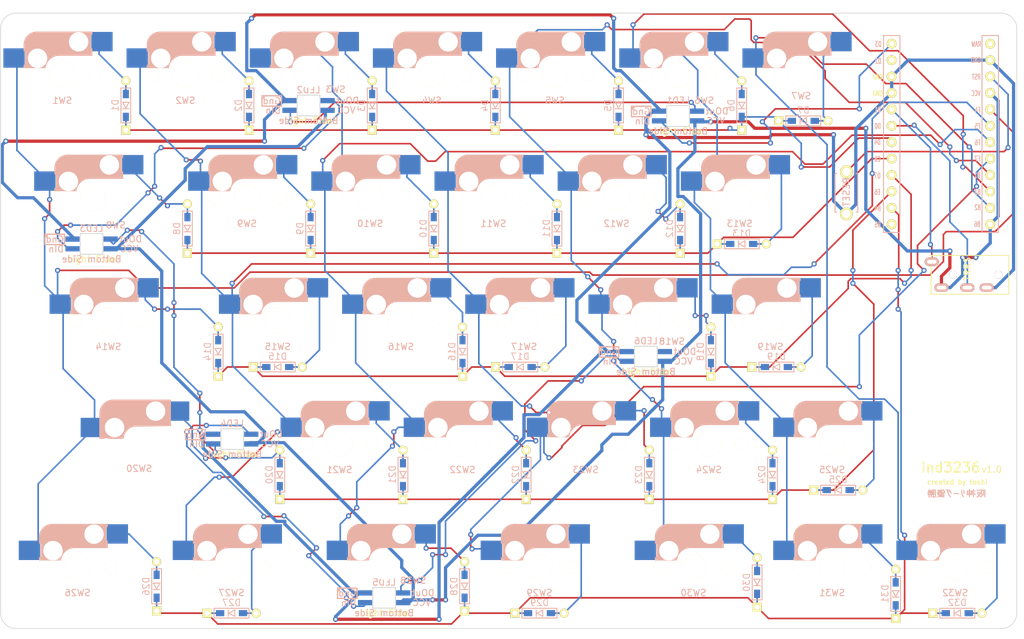
<source format=kicad_pcb>
(kicad_pcb (version 20221018) (generator pcbnew)
  (layers (0 "F.Cu" signal) (31 "B.Cu" signal) (34 "B.Paste" user) (35 "F.Paste" user) (36 "B.SilkS" user "B.Silkscreen") (37 "F.SilkS" user "F.Silkscreen") (38 "B.Mask" user) (39 "F.Mask" user) (44 "Edge.Cuts" user))
  (net 0 "")
  (net 1 "Net-(D1-A)")
  (net 2 "Row0")
  (net 3 "Net-(D2-A)")
  (net 4 "Net-(D3-A)")
  (net 5 "Net-(D4-A)")
  (net 6 "Net-(D5-A)")
  (net 7 "Net-(D6-A)")
  (net 8 "Net-(D7-A)")
  (net 9 "Net-(D8-A)")
  (net 10 "Row1")
  (net 11 "Net-(D9-A)")
  (net 12 "Net-(D10-A)")
  (net 13 "Net-(D11-A)")
  (net 14 "Net-(D12-A)")
  (net 15 "Net-(D13-A)")
  (net 16 "Net-(D14-A)")
  (net 17 "Row2")
  (net 18 "Net-(D15-A)")
  (net 19 "Net-(D16-A)")
  (net 20 "Net-(D17-A)")
  (net 21 "Net-(D18-A)")
  (net 22 "Net-(D19-A)")
  (net 23 "Net-(D20-A)")
  (net 24 "Row3")
  (net 25 "Net-(D21-A)")
  (net 26 "Net-(D22-A)")
  (net 27 "Net-(D23-A)")
  (net 28 "Net-(D24-A)")
  (net 29 "Net-(D25-A)")
  (net 30 "Net-(D26-A)")
  (net 31 "Row4")
  (net 32 "Net-(D27-A)")
  (net 33 "Net-(D28-A)")
  (net 34 "Net-(D29-A)")
  (net 35 "Net-(D30-A)")
  (net 36 "Net-(D31-A)")
  (net 37 "Net-(D32-A)")
  (net 38 "VCC")
  (net 39 "SDA")
  (net 40 "GND")
  (net 41 "Data_SCL")
  (net 42 "Net-(LED1-DOUT)")
  (net 43 "LED")
  (net 44 "Net-(LED2-DOUT)")
  (net 45 "Net-(LED3-DOUT)")
  (net 46 "Net-(LED4-DOUT)")
  (net 47 "Net-(LED5-DOUT)")
  (net 49 "Col0")
  (net 50 "Col1")
  (net 51 "Col2")
  (net 52 "Col3")
  (net 53 "Col4")
  (net 54 "Col5")
  (net 55 "Col6")
  (net 56 "Reset")
  (footprint "kbd_Hole:m2_Screw_Hole" (layer "F.Cu") (at 154.625 78.625)
    (fp_text reference "Ref**")
    (fp_text value "Val**")
  )
  (footprint "kbd_SW:CherryMX_Hotswap_1u" (layer "F.Cu") (at 80.9625 52.3875)
    (fp_text reference "SW10")
    (fp_text value "SW_Push" hide)
  )
  (footprint "kbd_Parts:LED_SK6812MINI-E_BL" (layer "F.Cu") (at 71.4375 38.1)
    (fp_text reference "LED2")
    (fp_text value "LED_SK6812MINI-E")
    (fp_line (start -1.75 -1.6) (end 1.75 -1.6) (stroke (width 0.12)) (layer "Edge.Cuts"))
    (fp_line (start -1.75 1.6) (end -1.75 -1.6) (stroke (width 0.12)) (layer "Edge.Cuts"))
    (fp_line (start 1.75 -1.6) (end 1.75 1.6) (stroke (width 0.12)) (layer "Edge.Cuts"))
    (fp_line (start 1.75 1.6) (end -1.75 1.6) (stroke (width 0.12)) (layer "Edge.Cuts"))
  )
  (footprint "kbd_SW:CherryMX_Hotswap_1u" (layer "F.Cu") (at 71.4375 33.3375)
    (fp_text reference "SW3")
    (fp_text value "SW_Push" hide)
  )
  (footprint "kbd_SW:CherryMX_Hotswap_1u" (layer "F.Cu") (at 61.9125 52.3875)
    (fp_text reference "SW9")
    (fp_text value "SW_Push" hide)
  )
  (footprint "kbd_Parts:Diode_TH_SMD" (layer "F.Cu") (at 107.15625 116.68125)
    (fp_text reference "D29")
    (fp_text value "D" hide)
  )
  (footprint "kbd_Parts:Diode_TH_SMD" (layer "F.Cu") (at 128.905 57.15 90)
    (fp_text reference "D12")
    (fp_text value "D" hide)
  )
  (footprint "kbd_Parts:Diode_TH_SMD" (layer "F.Cu") (at 66.675 78.58125)
    (fp_text reference "D15")
    (fp_text value "D" hide)
  )
  (footprint "kbd_SW:CherryMX_Hotswap_1.25u" (layer "F.Cu") (at 130.96875 109.5375)
    (fp_text reference "SW30")
    (fp_text value "SW_Push" hide)
  )
  (footprint "kbd_SW:CherryMX_Hotswap_1u" (layer "F.Cu") (at 85.725 71.4375)
    (fp_text reference "SW16")
    (fp_text value "SW_Push" hide)
  )
  (footprint "kbd_SW:CherryMX_Hotswap_1u" (layer "F.Cu") (at 142.875 71.4375)
    (fp_text reference "SW19")
    (fp_text value "SW_Push" hide)
  )
  (footprint "kbd_Parts:Diode_TH_SMD" (layer "F.Cu") (at 95.5675 112.525 90)
    (fp_text reference "D28")
    (fp_text value "D" hide)
  )
  (footprint "kbd_Hole:m2_Screw_Hole" (layer "F.Cu") (at 42.8625 26.19375)
    (fp_text reference "Ref**")
    (fp_text value "Val**")
  )
  (footprint "kbd_SW:CherryMX_Hotswap_1u" (layer "F.Cu") (at 33.3375 33.3375)
    (fp_text reference "SW1")
    (fp_text value "SW_Push" hide)
  )
  (footprint "kbd_Hole:m2_Screw_Hole" (layer "F.Cu") (at 149.625 59.625)
    (fp_text reference "Ref**")
    (fp_text value "Val**")
  )
  (footprint "kbd_SW:CherryMX_Hotswap_1.25u" (layer "F.Cu") (at 83.34375 109.5375)
    (fp_text reference "SW28")
    (fp_text value "SW_Push" hide)
  )
  (footprint "kbd_SW:CherryMX_Hotswap_1u" (layer "F.Cu") (at 138.1125 52.3875)
    (fp_text reference "SW13")
    (fp_text value "SW_Push" hide)
  )
  (footprint "kbd_Parts:Diode_TH_SMD" (layer "F.Cu") (at 171.7675 116.68125)
    (fp_text reference "D32")
    (fp_text value "D" hide)
  )
  (footprint "kbd_Parts:Diode_TH_SMD" (layer "F.Cu") (at 143.79875 78.58125)
    (fp_text reference "D19")
    (fp_text value "D" hide)
  )
  (footprint "kbd_Parts:Diode_TH_SMD" (layer "F.Cu") (at 86.0425 95.25 90)
    (fp_text reference "D21")
    (fp_text value "D" hide)
  )
  (footprint "kbd_Parts:Diode_TH_SMD" (layer "F.Cu") (at 153.3525 97.63125)
    (fp_text reference "D25")
    (fp_text value "D" hide)
  )
  (footprint "kbd_SW:CherryMX_Hotswap_1u" (layer "F.Cu") (at 123.825 71.4375)
    (fp_text reference "SW18")
    (fp_text value "SW_Push" hide)
  )
  (footprint "kbd_SW:CherryMX_Hotswap_1u" (layer "F.Cu") (at 76.2 90.4875)
    (fp_text reference "SW21")
    (fp_text value "SW_Push" hide)
  )
  (footprint "kbd_SW:CherryMX_Hotswap_1u" (layer "F.Cu") (at 90.4875 33.3375)
    (fp_text reference "SW4")
    (fp_text value "SW_Push" hide)
  )
  (footprint "kbd_Parts:Diode_TH_SMD" (layer "F.Cu") (at 43.18 38.1 90)
    (fp_text reference "D1")
    (fp_text value "D" hide)
  )
  (footprint "kbd_Hole:m2_Screw_Hole" (layer "F.Cu") (at 119.0625 116.68125)
    (fp_text reference "Ref**")
    (fp_text value "Val**")
  )
  (footprint "kbd_Hole:m2_Screw_Hole" (layer "F.Cu") (at 158.825 25.825)
    (fp_text reference "Ref**")
    (fp_text value "Val**")
  )
  (footprint "kbd_Hole:m2_Screw_Hole" (layer "F.Cu") (at 90.4875 45.24375)
    (fp_text reference "Ref**")
    (fp_text value "Val**")
  )
  (footprint "kbd_Parts:Diode_TH_SMD" (layer "F.Cu") (at 57.4675 76.2 90)
    (fp_text reference "D14")
    (fp_text value "D" hide)
  )
  (footprint "kbd_Hole:m2_Screw_Hole" (layer "F.Cu") (at 114.3 76.2)
    (fp_text reference "Ref**")
    (fp_text value "Val**")
  )
  (footprint "kbd_SW:CherryMX_Hotswap_1u" (layer "F.Cu") (at 52.3875 33.3375)
    (fp_text reference "SW2")
    (fp_text value "SW_Push" hide)
  )
  (footprint "kbd_SW:CherryMX_Hotswap_1u" (layer "F.Cu") (at 119.0625 52.3875)
    (fp_text reference "SW12")
    (fp_text value "SW_Push" hide)
  )
  (footprint "kbd_Parts:LED_SK6812MINI-E_BL" (layer "F.Cu") (at 123.60625 76.95)
    (fp_text reference "LED6")
    (fp_text value "LED_SK6812MINI-E")
    (fp_line (start -1.75 -1.6) (end 1.75 -1.6) (stroke (width 0.12)) (layer "Edge.Cuts"))
    (fp_line (start -1.75 1.6) (end -1.75 -1.6) (stroke (width 0.12)) (layer "Edge.Cuts"))
    (fp_line (start 1.75 -1.6) (end 1.75 1.6) (stroke (width 0.12)) (layer "Edge.Cuts"))
    (fp_line (start 1.75 1.6) (end -1.75 1.6) (stroke (width 0.12)) (layer "Edge.Cuts"))
  )
  (footprint "kbd_SW:CherryMX_Hotswap_1u" (layer "F.Cu") (at 114.3 90.4875)
    (fp_text reference "SW23")
    (fp_text value "SW_Push" hide)
  )
  (footprint "kbd_Parts:Diode_TH_SMD" (layer "F.Cu") (at 59.53125 116.68125)
    (fp_text reference "D27")
    (fp_text value "D" hide)
  )
  (footprint "kbd_SW:CherryMX_Hotswap_1u" (layer "F.Cu") (at 66.675 71.4375)
    (fp_text reference "SW15")
    (fp_text value "SW_Push" hide)
  )
  (footprint "kbd_SW:CherryMX_Hotswap_1u" (layer "F.Cu") (at 152.4 109.5375)
    (fp_text reference "SW31")
    (fp_text value "SW_Push" hide)
  )
  (footprint "kbd_Hole:m2_Screw_Hole" (layer "F.Cu") (at 164.625 97.625)
    (fp_text reference "Ref**")
    (fp_text value "Val**")
  )
  (footprint "kbd_Parts:Diode_TH_SMD" (layer "F.Cu") (at 147.955 40.48125)
    (fp_text reference "D7")
    (fp_text value "D" hide)
  )
  (footprint "kbd_Parts:LED_SK6812MINI-E_BL" (layer "F.Cu") (at 59.63 89.7375)
    (fp_text reference "LED4")
    (fp_text value "LED_SK6812MINI-E")
    (fp_line (start -1.75 -1.6) (end 1.75 -1.6) (stroke (width 0.12)) (layer "Edge.Cuts"))
    (fp_line (start -1.75 1.6) (end -1.75 -1.6) (stroke (width 0.12)) (layer "Edge.Cuts"))
    (fp_line (start 1.75 -1.6) (end 1.75 1.6) (stroke (width 0.12)) (layer "Edge.Cuts"))
    (fp_line (start 1.75 1.6) (end -1.75 1.6) (stroke (width 0.12)) (layer "Edge.Cuts"))
  )
  (footprint "kbd_Parts:Diode_TH_SMD" (layer "F.Cu") (at 162.2425 113.69375 90)
    (fp_text reference "D31")
    (fp_text value "D" hide)
  )
  (footprint "kbd_SW:CherryMX_Hotswap_1u" (layer "F.Cu") (at 128.5875 33.3375)
    (fp_text reference "SW6")
    (fp_text value "SW_Push" hide)
  )
  (footprint "kbd_Parts:Diode_TH_SMD" (layer "F.Cu") (at 133.6675 76.2 90)
    (fp_text reference "D18")
    (fp_text value "D" hide)
  )
  (footprint "kbd_Hole:m2_Screw_Hole" (layer "F.Cu") (at 179.625 26.425)
    (fp_text reference "Ref**")
    (fp_text value "Val**")
  )
  (footprint "kbd_SW:CherryMX_Hotswap_1u" (layer "F.Cu") (at 171.45 109.5375)
    (fp_text reference "SW32")
    (fp_text value "SW_Push" hide)
  )
  (footprint "kbd_SW:CherryMX_Hotswap_1.25u" (layer "F.Cu") (at 35.71875 109.5375)
    (fp_text reference "SW26")
    (fp_text value "SW_Push" hide)
  )
  (footprint "kbd_Parts:Diode_TH_SMD" (layer "F.Cu") (at 100.33 38.1 90)
    (fp_text reference "D4")
    (fp_text value "D" hide)
  )
  (footprint "kbd_Parts:Diode_TH_SMD" (layer "F.Cu") (at 95.25 76.2 90)
    (fp_text reference "D16")
    (fp_text value "D" hide)
  )
  (footprint "kbd_SW:CherryMX_Hotswap_1u" (layer "F.Cu") (at 109.5375 33.3375)
    (fp_text reference "SW5")
    (fp_text value "SW_Push" hide)
  )
  (footprint "kbd_SW:CherryMX_Hotswap_1u" (layer "F.Cu") (at 100.0125 52.3875)
    (fp_text reference "SW11")
    (fp_text value "SW_Push" hide)
  )
  (footprint "kbd_Parts:Diode_TH_SMD" (layer "F.Cu") (at 52.705 57.15 90)
    (fp_text reference "D8")
    (fp_text value "D" hide)
  )
  (footprint "kbd_SW:CherryMX_Hotswap_1.5u" (layer "F.Cu") (at 38.1 52.3875)
    (fp_text reference "SW8")
    (fp_text value "SW_Push" hide)
  )
  (footprint "kbd_Parts:LED_SK6812MINI-E_BL" (layer "F.Cu") (at 128.5875 39.73125)
    (fp_text reference "LED1")
    (fp_text value "LED_SK6812MINI-E")
    (fp_line (start -1.75 -1.6) (end 1.75 -1.6) (stroke (width 0.12)) (layer "Edge.Cuts"))
    (fp_line (start -1.75 1.6) (end -1.75 -1.6) (stroke (width 0.12)) (layer "Edge.Cuts"))
    (fp_line (start 1.75 -1.6) (end 1.75 1.6) (stroke (width 0.12)) (layer "Edge.Cuts"))
    (fp_line (start 1.75 1.6) (end -1.75 1.6) (stroke (width 0.12)) (layer "Edge.Cuts"))
  )
  (footprint "kbd_Parts:Diode_TH_SMD" (layer "F.Cu") (at 138.43 59.53125)
    (fp_text reference "D13")
    (fp_text value "D" hide)
  )
  (footprint "kbd_Hole:m2_Screw_Hole" (layer "F.Cu") (at 26.19375 116.68125)
    (fp_text reference "Ref**")
    (fp_text value "Val**")
  )
  (footprint "kbd_Parts:Diode_TH_SMD" (layer "F.Cu") (at 47.9425 112.525 90)
    (fp_text reference "D26")
    (fp_text value "D" hide)
  )
  (footprint "kbd_Parts:Diode_TH_SMD" (layer "F.Cu") (at 71.755 57.15 90)
    (fp_text reference "D9")
    (fp_text value "D" hide)
  )
  (footprint "kbd_Hole:m2_Screw_Hole" (layer "F.Cu") (at 71.4375 116.68125)
    (fp_text reference "Ref**")
    (fp_text value "Val**")
  )
  (footprint "kbd_Parts:Diode_TH_SMD" (layer "F.Cu") (at 138.43 38.1 90)
    (fp_text reference "D6")
    (fp_text value "D" hide)
  )
  (footprint "kbd_Parts:Diode_TH_SMD" (layer "F.Cu") (at 124.1425 95.25 90)
    (fp_text reference "D23")
    (fp_text value "D" hide)
  )
  (footprint "kbd_Hole:m2_Screw_Hole" (layer "F.Cu") (at 26.19375 83.34375)
    (fp_text reference "Ref**")
    (fp_text value "Val**")
  )
  (footprint "kbd_Hole:m2_Screw_Hole" (layer "F.Cu") (at 149.625 44.625)
    (fp_text reference "Ref**")
    (fp_text value "Val**")
  )
  (footprint "kbd_Parts:ResetSW" (layer "F.Cu") (at 154.625 51.625 90)
    (fp_text reference "SW33" hide)
    (fp_text value "SW_Push")
  )
  (footprint "kbd_Hole:m2_Screw_Hole" (layer "F.Cu") (at 159.54375 100.0125)
    (fp_text reference "Ref**")
    (fp_text value "Val**")
  )
  (footprint "kbd_Hole:m2_Screw_Hole" (layer "F.Cu") (at 26.19375 47.625)
    (fp_text reference "Ref**")
    (fp_text value "Val**")
  )
  (footprint "kbd_Parts:Diode_TH_SMD" (layer "F.Cu") (at 81.28 38.1 90)
    (fp_text reference "D3")
    (fp_text value "D" hide)
  )
  (footprint "kbd_SW:CherryMX_Hotswap_1.75u" (layer "F.Cu") (at 40.48125 71.4375)
    (fp_text reference "SW14")
    (fp_text value "SW_Push" hide)
  )
  (footprint "kbd_Parts:Diode_TH_SMD" (layer "F.Cu") (at 143.1925 95.25 90)
    (fp_text reference "D24")
    (fp_text value "D" hide)
  )
  (footprint "kbd_Parts:Diode_TH_SMD" (layer "F.Cu") (at 140.81125 111.91875 90)
    (fp_text reference "D30")
    (fp_text value "D" hide)
  )
  (footprint "kbd_Parts:Diode_TH_SMD" (layer "F.Cu") (at 62.23 38.1 90)
    (fp_text reference "D2")
    (fp_text value "D" hide)
  )
  (footprint "kbd_SW:CherryMX_Hotswap_2.25u" (layer "F.Cu") (at 45.24375 90.4875)
    (fp_text reference "SW20")
    (fp_text value "SW_Push" hide)
  )
  (footprint "own_making:UoA30thfootprint" (layer "F.Cu") (at 171.825 79.625)
    (fp_text reference "G***" hide)
    (fp_text value "LOGO" hide)
  )
  (footprint "kbd_Parts:LED_SK6812MINI-E_BL" (layer "F.Cu") (at 37.88125 59.53125)
    (fp_text reference "LED3")
    (fp_text value "LED_SK6812MINI-E")
    (fp_line (start -1.75 -1.6) (end 1.75 -1.6) (stroke (width 0.12)) (layer "Edge.Cuts"))
    (fp_line (start -1.75 1.6) (end -1.75 -1.6) (stroke (width 0.12)) (layer "Edge.Cuts"))
    (fp_line (start 1.75 -1.6) (end 1.75 1.6) (stroke (width 0.12)) (layer "Edge.Cuts"))
    (fp_line (start 1.75 1.6) (end -1.75 1.6) (stroke (width 0.12)) (layer "Edge.Cuts"))
  )
  (footprint "kbd_Parts:Diode_TH_SMD" (layer "F.Cu") (at 104.16875 78.58125)
    (fp_text reference "D17")
    (fp_text value "D" hide)
  )
  (footprint "kbd_SW:CherryMX_Hotswap_1u" (layer "F.Cu") (at 152.4 90.4875)
    (fp_text reference "SW25")
    (fp_text value "SW_Push" hide)
  )
  (footprint "kbd_SW:CherryMX_Hotswap_1u" (layer "F.Cu") (at 147.6375 33.3375)
    (fp_text reference "SW7")
    (fp_text value "SW_Push" hide)
  )
  (footprint "kbd_Hole:m2_Screw_Hole" (layer "F.Cu") (at 138.1125 26.19375)
    (fp_text reference "Ref**")
    (fp_text value "Val**")
  )
  (footprint "kbd_Hole:m2_Screw_Hole" (layer "F.Cu") (at 80.9625 26.19375)
    (fp_text reference "Ref**")
    (fp_text value "Val**")
  )
  (footprint "kbd_Hole:m2_Screw_Hole" (layer "F.Cu") (at 145.25625 61.9125)
    (fp_text reference "Ref**")
    (fp_text value "Val**")
  )
  (footprint "kbd_Parts:Diode_TH_SMD" (layer "F.Cu") (at 90.805 57.15 90)
    (fp_text reference "D10")
    (fp_text value "D" hide)
  )
  (footprint "kbd_Parts:LED_SK6812MINI-E_BL" (layer "F.Cu") (at 83.125 114.3)
    (fp_text reference "LED5")
    (fp_text value "LED_SK6812MINI-E")
    (fp_line (start -1.75 -1.6) (end 1.75 -1.6) (stroke (width 0.12)) (layer "Edge.Cuts"))
    (fp_line (start -1.75 1.6) (end -1.75 -1.6) (stroke (width 0.12)) (layer "Edge.Cuts"))
    (fp_line (start 1.75 -1.6) (end 1.75 1.6) (stroke (width 0.12)) (layer "Edge.Cuts"))
    (fp_line (start 1.75 1.6) (end -1.75 1.6) (stroke (width 0.12)) (layer "Edge.Cuts"))
  )
  (footprint "kbd_Parts:Diode_TH_SMD" (layer "F.Cu") (at 105.0925 95.25 90)
    (fp_text reference "D22")
    (fp_text value "D" hide)
  )
  (footprint "kbd_SW:CherryMX_Hotswap_1.25u" (layer "F.Cu") (at 59.53125 109.5375)
    (fp_text reference "SW27")
    (fp_text value "SW_Push" hide)
  )
  (footprint "kbd_SW:CherryMX_Hotswap_1u" (layer "F.Cu") (at 95.25 90.4875)
    (fp_text reference "SW22")
    (fp_text value "SW_Push" hide)
  )
  (footprint "kbd_SW:CherryMX_Hotswap_1u" (layer "F.Cu") (at 104.775 71.4375)
    (fp_text reference "SW17")
    (fp_text value "SW_Push" hide)
  )
  (footprint "kbd_Parts:Diode_TH_SMD" (layer "F.Cu") (at 66.9925 95.25 90)
    (fp_text reference "D20")
    (fp_text value "D" hide)
  )
  (footprint "kbd_Parts:Micon_ProMicro" (layer "F.Cu") (at 170.515 41.753)
    (fp_text reference "U2" hide)
    (fp_text value "ProMicro" hide)
  )
  (footprint "kbd_SW:CherryMX_Hotswap_1u" (layer "F.Cu") (at 133.35 90.4875)
    (fp_text reference "SW24")
    (fp_text value "SW_Push" hide)
  )
  (footprint "kbd_Hole:m2_Screw_Hole" (layer "F.Cu") (at 178.625 97.625)
    (fp_text reference "Ref**")
    (fp_text value "Val**")
  )
  (footprint "kbd_SW:CherryMX_Hotswap_1.25u" (layer "F.Cu") (at 107.15625 109.5375)
    (fp_text reference "SW29")
    (fp_text value "SW_Push" hide)
  )
  (footprint "kbd_Hole:m2_Screw_Hole" (layer "F.Cu") (at 76.2 76.2)
    (fp_text reference "Ref**")
    (fp_text value "Val**")
  )
  (footprint "kbd_Parts:Diode_TH_SMD" (layer "F.Cu") (at 119.38 38.1 90)
    (fp_text reference "D5")
    (fp_text value "D" hide)
  )
  (footprint "kbd_Parts:Diode_TH_SMD" (layer "F.Cu") (at 109.855 57.15 90)
    (fp_text reference "D11")
    (fp_text value "D" hide)
  )
  (footprint "kbd_Parts:TRRS_MJ-4PP-9" (layer "B.Cu") (at 173.625 64.29375 90)
    (fp_text reference "J1")
    (fp_text value "TRRS_MJ-4PP-9" hide)
  )
  (gr_line (start 180.975 26.19375) (end 180.975 116.68125) (stroke (width 0.1)) (layer "Edge.Cuts"))
  (gr_arc (start 178.59375 23.8125) (mid 180.277548 24.509952) (end 180.975 26.19375) (stroke (width 0.1)) (layer "Edge.Cuts"))
  (gr_arc (start 180.975 116.68125) (mid 180.277548 118.365048) (end 178.59375 119.0625) (stroke (width 0.1)) (layer "Edge.Cuts"))
  (gr_arc (start 26.19375 119.0625) (mid 24.509952 118.365048) (end 23.8125 116.68125) (stroke (width 0.1)) (layer "Edge.Cuts"))
  (gr_line (start 23.8125 116.68125) (end 23.8125 26.19375) (stroke (width 0.1)) (layer "Edge.Cuts"))
  (gr_line (start 26.19375 23.8125) (end 178.59375 23.8125) (stroke (width 0.1)) (layer "Edge.Cuts"))
  (gr_line (start 178.59375 119.0625) (end 26.19375 119.0625) (stroke (width 0.1)) (layer "Edge.Cuts"))
  (gr_arc (start 23.8125 26.19375) (mid 24.509952 24.509952) (end 26.19375 23.8125) (stroke (width 0.1)) (layer "Edge.Cuts"))
  (gr_text "阪神リーグ優勝" (at 176.225 98.825) (layer "B.SilkS") (effects (font (size 1 1)) (justify left bottom mirror)))
  (gr_text "v1.0" (at 175.425 95.025) (layer "F.SilkS") (effects (font (size 1 1)) (justify left bottom)))
  (gr_text "created by toshi" (at 167.025 96.825) (layer "F.SilkS") (effects (font (size 0.75 0.75)) (justify left bottom)))
  (gr_text "ind3236" (at 166.025 95.025) (layer "F.SilkS") (effects (font (size 1.5 1.5) (thickness 0.25) bold) (justify left bottom)))
  (segment (start 43.18 34.29) (end 39.0375 30.1475) (width 0.25) (layer "B.Cu") (net 1))
  (segment (start 43.18 36.325) (end 43.18 34.29) (width 0.25) (layer "B.Cu") (net 1))
  (segment (start 39.0375 30.1475) (end 39.0375 28.2175) (width 0.25) (layer "B.Cu") (net 1))
  (segment (start 119.39 41.9) (end 119.38 41.91) (width 0.25) (layer "F.Cu") (net 2))
  (segment (start 156.510975 43.148) (end 161.148 43.148) (width 0.25) (layer "F.Cu") (net 2))
  (segment (start 161.148 43.148) (end 161.625 43.625) (width 0.25) (layer "F.Cu") (net 2))
  (segment (start 119.38 41.91) (end 100.33 41.91) (width 0.25) (layer "F.Cu") (net 2))
  (segment (start 152.033975 47.625) (end 156.510975 43.148) (width 0.25) (layer "F.Cu") (net 2))
  (segment (start 81.28 41.91) (end 62.23 41.91) (width 0.25) (layer "F.Cu") (net 2))
  (segment (start 100.33 41.91) (end 81.28 41.91) (width 0.25) (layer "F.Cu") (net 2))
  (segment (start 136.35 41.9) (end 119.39 41.9) (width 0.25) (layer "F.Cu") (net 2))
  (segment (start 62.23 41.91) (end 43.18 41.91) (width 0.25) (layer "F.Cu") (net 2))
  (segment (start 136.625 41.625) (end 136.35 41.9) (width 0.25) (layer "F.Cu") (net 2))
  (segment (start 147.6375 47.625) (end 152.033975 47.625) (width 0.25) (layer "F.Cu") (net 2))
  (segment (start 161.625 43.625) (end 161.625 43.785) (width 0.25) (layer "F.Cu") (net 2))
  (via (at 147.6375 47.625) (size 0.8) (drill 0.4) (layers "F.Cu" "B.Cu") (net 2))
  (via (at 136.625 41.625) (size 0.8) (drill 0.4) (layers "F.Cu" "B.Cu") (net 2))
  (segment (start 100.33 41.91) (end 100.33 39.875) (width 0.25) (layer "B.Cu") (net 2))
  (segment (start 144.145 40.48125) (end 146.18 40.48125) (width 0.25) (layer "B.Cu") (net 2))
  (segment (start 138.43 41.91) (end 138.43 39.875) (width 0.25) (layer "B.Cu") (net 2))
  (segment (start 119.38 41.91) (end 119.38 39.875) (width 0.25) (layer "B.Cu") (net 2))
  (segment (start 138.43 39.875) (end 143.53875 39.875) (width 0.25) (layer "B.Cu") (net 2))
  (segment (start 62.23 41.91) (end 62.23 39.875) (width 0.25) (layer "B.Cu") (net 2))
  (segment (start 136.91 41.91) (end 136.625 41.625) (width 0.25) (layer "B.Cu") (net 2))
  (segment (start 147.6375 43.97375) (end 144.145 40.48125) (width 0.25) (layer "B.Cu") (net 2))
  (segment (start 138.43 41.91) (end 136.91 41.91) (width 0.25) (layer "B.Cu") (net 2))
  (segment (start 143.53875 39.875) (end 144.145 40.48125) (width 0.25) (layer "B.Cu") (net 2))
  (segment (start 147.6375 47.625) (end 147.6375 43.97375) (width 0.25) (layer "B.Cu") (net 2))
  (segment (start 81.28 41.91) (end 81.28 39.875) (width 0.25) (layer "B.Cu") (net 2))
  (segment (start 43.18 41.91) (end 43.18 39.875) (width 0.25) (layer "B.Cu") (net 2))
  (segment (start 62.23 36.325) (end 62.23 34.29) (width 0.25) (layer "B.Cu") (net 3))
  (segment (start 58.0875 30.1475) (end 58.0875 28.2175) (width 0.25) (layer "B.Cu") (net 3))
  (segment (start 62.23 34.29) (end 58.0875 30.1475) (width 0.25) (layer "B.Cu") (net 3))
  (segment (start 81.28 34.29) (end 77.1375 30.1475) (width 0.25) (layer "B.Cu") (net 4))
  (segment (start 77.1375 30.1475) (end 77.1375 28.2175) (width 0.25) (layer "B.Cu") (net 4))
  (segment (start 81.28 34.29) (end 81.28 36.325) (width 0.25) (layer "B.Cu") (net 4))
  (segment (start 100.33 36.325) (end 100.33 34.29) (width 0.25) (layer "B.Cu") (net 5))
  (segment (start 96.1875 30.1475) (end 96.1875 28.2175) (width 0.25) (layer "B.Cu") (net 5))
  (segment (start 100.33 34.29) (end 96.1875 30.1475) (width 0.25) (layer "B.Cu") (net 5))
  (segment (start 119.38 34.29) (end 119.38 36.325) (width 0.25) (layer "B.Cu") (net 6))
  (segment (start 119.38 34.29) (end 115.2375 30.1475) (width 0.25) (layer "B.Cu") (net 6))
  (segment (start 115.2375 30.1475) (end 115.2375 28.2175) (width 0.25) (layer "B.Cu") (net 6))
  (segment (start 138.43 34.29) (end 138.43 36.325) (width 0.25) (layer "B.Cu") (net 7))
  (segment (start 134.2875 30.1475) (end 134.2875 28.2175) (width 0.25) (layer "B.Cu") (net 7))
  (segment (start 138.43 34.29) (end 134.2875 30.1475) (width 0.25) (layer "B.Cu") (net 7))
  (segment (start 151.0665 39.78275) (end 151.0665 30.4885) (width 0.25) (layer "B.Cu") (net 8))
  (segment (start 151.0665 30.4885) (end 153.3375 28.2175) (width 0.25) (layer "B.Cu") (net 8))
  (segment (start 151.765 40.48125) (end 149.73 40.48125) (width 0.25) (layer "B.Cu") (net 8))
  (segment (start 151.765 40.48125) (end 151.0665 39.78275) (width 0.25) (layer "B.Cu") (net 8))
  (segment (start 48.410562 52.410562) (end 49.625 53.625) (width 0.25) (layer "F.Cu") (net 9))
  (via (at 49.625 53.625) (size 0.8) (drill 0.4) (layers "F.Cu" "B.Cu") (net 9))
  (via (at 48.410562 52.410562) (size 0.8) (drill 0.4) (layers "F.Cu" "B.Cu") (net 9))
  (segment (start 49.625 53.625) (end 49.91 53.34) (width 0.25) (layer "B.Cu") (net 9))
  (segment (start 43.8 47.8) (end 48.410562 52.410562) (width 0.25) (layer "B.Cu") (net 9))
  (segment (start 49.91 53.34) (end 52.705 53.34) (width 0.25) (layer "B.Cu") (net 9))
  (segment (start 43.8 47.2675) (end 43.8 47.8) (width 0.25) (layer "B.Cu") (net 9))
  (segment (start 52.705 53.34) (end 52.705 55.375) (width 0.25) (layer "B.Cu") (net 9))
  (segment (start 133.19125 60.96) (end 134.62 59.53125) (width 0.25) (layer "F.Cu") (net 10))
  (segment (start 71.755 60.96) (end 90.805 60.96) (width 0.25) (layer "F.Cu") (net 10))
  (segment (start 146.366083 58.50775) (end 135.6435 58.50775) (width 0.25) (layer "F.Cu") (net 10))
  (segment (start 135.6435 58.50775) (end 134.62 59.53125) (width 0.25) (layer "F.Cu") (net 10))
  (segment (start 158.548833 46.325) (end 146.366083 58.50775) (width 0.25) (layer "F.Cu") (net 10))
  (segment (start 109.855 60.96) (end 128.905 60.96) (width 0.25) (layer "F.Cu") (net 10))
  (segment (start 52.705 60.96) (end 71.755 60.96) (width 0.25) (layer "F.Cu") (net 10))
  (segment (start 90.805 60.96) (end 109.855 60.96) (width 0.25) (layer "F.Cu") (net 10))
  (segment (start 128.905 60.96) (end 133.19125 60.96) (width 0.25) (layer "F.Cu") (net 10))
  (segment (start 161.625 46.325) (end 158.548833 46.325) (width 0.25) (layer "F.Cu") (net 10))
  (segment (start 128.905 60.96) (end 128.905 58.925) (width 0.25) (layer "B.Cu") (net 10))
  (segment (start 109.855 60.96) (end 109.855 58.925) (width 0.25) (layer "B.Cu") (net 10))
  (segment (start 134.62 59.53125) (end 136.655 59.53125) (width 0.25) (layer "B.Cu") (net 10))
  (segment (start 52.705 60.96) (end 52.705 58.925) (width 0.25) (layer "B.Cu") (net 10))
  (segment (start 71.755 60.96) (end 71.755 58.925) (width 0.25) (layer "B.Cu") (net 10))
  (segment (start 90.805 60.96) (end 90.805 58.925) (width 0.25) (layer "B.Cu") (net 10))
  (segment (start 67.6125 49.1975) (end 71.755 53.34) (width 0.25) (layer "B.Cu") (net 11))
  (segment (start 71.755 53.34) (end 71.755 55.375) (width 0.25) (layer "B.Cu") (net 11))
  (segment (start 67.6125 47.2675) (end 67.6125 49.1975) (width 0.25) (layer "B.Cu") (net 11))
  (segment (start 90.805 53.34) (end 90.805 55.375) (width 0.25) (layer "B.Cu") (net 12))
  (segment (start 90.805 53.34) (end 86.6625 49.1975) (width 0.25) (layer "B.Cu") (net 12))
  (segment (start 86.6625 49.1975) (end 86.6625 47.2675) (width 0.25) (layer "B.Cu") (net 12))
  (segment (start 105.7125 49.1975) (end 105.7125 47.2675) (width 0.25) (layer "B.Cu") (net 13))
  (segment (start 109.855 53.34) (end 105.7125 49.1975) (width 0.25) (layer "B.Cu") (net 13))
  (segment (start 109.855 53.34) (end 109.855 55.375) (width 0.25) (layer "B.Cu") (net 13))
  (segment (start 125.490562 54.490562) (end 126.691938 55.691938) (width 0.25) (layer "F.Cu") (net 14))
  (via (at 126.691938 55.691938) (size 0.8) (drill 0.4) (layers "F.Cu" "B.Cu") (net 14))
  (via (at 125.490562 54.490562) (size 0.8) (drill 0.4) (layers "F.Cu" "B.Cu") (net 14))
  (segment (start 126.7375 53.243624) (end 125.490562 54.490562) (width 0.25) (layer "B.Cu") (net 14))
  (segment (start 126.691938 55.553062) (end 128.905 53.34) (width 0.25) (layer "B.Cu") (net 14))
  (segment (start 124.7625 47.2675) (end 126.7375 49.2425) (width 0.25) (layer "B.Cu") (net 14))
  (segment (start 126.691938 55.691938) (end 126.691938 55.553062) (width 0.25) (layer "B.Cu") (net 14))
  (segment (start 126.7375 49.2425) (end 126.7375 53.243624) (width 0.25) (layer "B.Cu") (net 14))
  (segment (start 128.905 53.34) (end 128.905 55.375) (width 0.25) (layer "B.Cu") (net 14))
  (segment (start 144.5675 57.20375) (end 142.24 59.53125) (width 0.25) (layer "B.Cu") (net 15))
  (segment (start 143.8125 47.2675) (end 144.5675 48.0225) (width 0.25) (layer "B.Cu") (net 15))
  (segment (start 140.205 59.53125) (end 142.24 59.53125) (width 0.25) (layer "B.Cu") (net 15))
  (segment (start 144.5675 48.0225) (end 144.5675 57.20375) (width 0.25) (layer "B.Cu") (net 15))
  (segment (start 47.625 69.625) (end 49.625 69.625) (width 0.25) (layer "F.Cu") (net 16))
  (via (at 47.625 69.625) (size 0.8) (drill 0.4) (layers "F.Cu" "B.Cu") (net 16))
  (via (at 49.625 69.625) (size 0.8) (drill 0.4) (layers "F.Cu" "B.Cu") (net 16))
  (segment (start 46.18125 68.18125) (end 47.625 69.625) (width 0.25) (layer "B.Cu") (net 16))
  (segment (start 54.7025 69.625) (end 57.4675 72.39) (width 0.25) (layer "B.Cu") (net 16))
  (segment (start 46.18125 66.3175) (end 46.18125 68.18125) (width 0.25) (layer "B.Cu") (net 16))
  (segment (start 57.4675 72.39) (end 57.4675 74.425) (width 0.25) (layer "B.Cu") (net 16))
  (segment (start 49.625 69.625) (end 54.7025 69.625) (width 0.25) (layer "B.Cu") (net 16))
  (segment (start 162.9 64.9) (end 155.324695 64.9) (width 0.25) (layer "F.Cu") (net 17))
  (segment (start 58.89625 78.58125) (end 57.4675 80.01) (width 0.25) (layer "F.Cu") (net 17))
  (segment (start 95.25 80.01) (end 64.29375 80.01) (width 0.25) (layer "F.Cu") (net 17))
  (segment (start 62.865 78.58125) (end 58.89625 78.58125) (width 0.25) (layer "F.Cu") (net 17))
  (segment (start 142.755794 78.58125) (end 139.98875 78.58125) (width 0.25) (layer "F.Cu") (net 17))
  (segment (start 154.9 66.437044) (end 142.755794 78.58125) (width 0.25) (layer "F.Cu") (net 17))
  (segment (start 163.612701 65.612701) (end 162.9 64.9) (width 0.25) (layer "F.Cu") (net 17))
  (segment (start 164.625 51.865) (end 164.625 63.625) (width 0.25) (layer "F.Cu") (net 17))
  (segment (start 96.67875 78.58125) (end 95.25 80.01) (width 0.25) (layer "F.Cu") (net 17))
  (segment (start 139.98875 78.58125) (end 135.09625 78.58125) (width 0.25) (layer "F.Cu") (net 17))
  (segment (start 64.29375 80.01) (end 62.865 78.58125) (width 0.25) (layer "F.Cu") (net 17))
  (segment (start 154.9 65.324695) (end 154.9 66.437044) (width 0.25) (layer "F.Cu") (net 17))
  (segment (start 135.09625 78.58125) (end 133.6675 80.01) (width 0.25) (layer "F.Cu") (net 17))
  (segment (start 101.7875 80.01) (end 100.35875 78.58125) (width 0.25) (layer "F.Cu") (net 17))
  (segment (start 133.6675 80.01) (end 101.7875 80.01) (width 0.25) (layer "F.Cu") (net 17))
  (segment (start 100.35875 78.58125) (end 96.67875 78.58125) (width 0.25) (layer "F.Cu") (net 17))
  (segment (start 155.324695 64.9) (end 154.9 65.324695) (width 0.25) (layer "F.Cu") (net 17))
  (segment (start 161.625 48.865) (end 164.625 51.865) (width 0.25) (layer "F.Cu") (net 17))
  (via (at 164.625 63.625) (size 0.8) (drill 0.4) (layers "F.Cu" "B.Cu") (net 17))
  (via (at 163.612701 65.612701) (size 0.8) (drill 0.4) (layers "F.Cu" "B.Cu") (net 17))
  (segment (start 142.02375 78.58125) (end 139.98875 78.58125) (width 0.25) (layer "B.Cu") (net 17))
  (segment (start 57.4675 77.975) (end 57.4675 80.01) (width 0.25) (layer "B.Cu") (net 17))
  (segment (start 102.39375 78.58125) (end 100.35875 78.58125) (width 0.25) (layer "B.Cu") (net 17))
  (segment (start 95.25 77.975) (end 95.25 80.01) (width 0.25) (layer "B.Cu") (net 17))
  (segment (start 64.9 78.58125) (end 62.865 78.58125) (width 0.25) (layer "B.Cu") (net 17))
  (segment (start 164.625 63.625) (end 164.625 64.600402) (width 0.25) (layer "B.Cu") (net 17))
  (segment (start 164.625 64.600402) (end 163.612701 65.612701) (width 0.25) (layer "B.Cu") (net 17))
  (segment (start 133.6675 77.975) (end 133.6675 80.01) (width 0.25) (layer "B.Cu") (net 17))
  (segment (start 73.13 75.93625) (end 70.485 78.58125) (width 0.25) (layer "B.Cu") (net 18))
  (segment (start 73.13 67.0725) (end 73.13 75.93625) (width 0.25) (layer "B.Cu") (net 18))
  (segment (start 72.375 66.3175) (end 73.13 67.0725) (width 0.25) (layer "B.Cu") (net 18))
  (segment (start 70.485 78.58125) (end 68.45 78.58125) (width 0.25) (layer "B.Cu") (net 18))
  (segment (start 91.425 66.3175) (end 95.25 70.1425) (width 0.25) (layer "B.Cu") (net 19))
  (segment (start 95.25 72.39) (end 95.25 74.425) (width 0.25) (layer "B.Cu") (net 19))
  (segment (start 95.25 70.1425) (end 95.25 72.39) (width 0.25) (layer "B.Cu") (net 19))
  (segment (start 111.23 75.33) (end 107.97875 78.58125) (width 0.25) (layer "B.Cu") (net 20))
  (segment (start 107.97875 78.58125) (end 105.94375 78.58125) (width 0.25) (layer "B.Cu") (net 20))
  (segment (start 110.475 66.3175) (end 111.23 67.0725) (width 0.25) (layer "B.Cu") (net 20))
  (segment (start 111.23 67.0725) (end 111.23 75.33) (width 0.25) (layer "B.Cu") (net 20))
  (segment (start 131.2255 70.625) (end 132.9245 70.625) (width 0.25) (layer "F.Cu") (net 21))
  (via (at 131.2255 70.625) (size 0.8) (drill 0.4) (layers "F.Cu" "B.Cu") (net 21))
  (via (at 132.9245 70.625) (size 0.8) (drill 0.4) (layers "F.Cu" "B.Cu") (net 21))
  (segment (start 131.2255 67.2255) (end 131.2255 70.625) (width 0.25) (layer "B.Cu") (net 21))
  (segment (start 129.525 66.3175) (end 130.3175 66.3175) (width 0.25) (layer "B.Cu") (net 21))
  (segment (start 132.9245 71.647) (end 133.6675 72.39) (width 0.25) (layer "B.Cu") (net 21))
  (segment (start 130.3175 66.3175) (end 131.2255 67.2255) (width 0.25) (layer "B.Cu") (net 21))
  (segment (start 133.6675 72.39) (end 133.6675 74.425) (width 0.25) (layer "B.Cu") (net 21))
  (segment (start 132.9245 70.625) (end 132.9245 71.647) (width 0.25) (layer "B.Cu") (net 21))
  (segment (start 149.33 76.86) (end 147.60875 78.58125) (width 0.25) (layer "B.Cu") (net 22))
  (segment (start 147.60875 78.58125) (end 145.57375 78.58125) (width 0.25) (layer "B.Cu") (net 22))
  (segment (start 148.575 66.3175) (end 149.33 67.0725) (width 0.25) (layer "B.Cu") (net 22))
  (segment (start 149.33 67.0725) (end 149.33 76.86) (width 0.25) (layer "B.Cu") (net 22))
  (segment (start 55.524312 92.725688) (end 55.625 92.625) (width 0.25) (layer "F.Cu") (net 23))
  (segment (start 55.625 92.625) (end 58.625 92.625) (width 0.25) (layer "F.Cu") (net 23))
  (via (at 58.625 92.625) (size 0.8) (drill 0.4) (layers "F.Cu" "B.Cu") (net 23))
  (via (at 55.524312 92.725688) (size 0.8) (drill 0.4) (layers "F.Cu" "B.Cu") (net 23))
  (segment (start 53.44875 88.0125) (end 53.44875 90.650126) (width 0.25) (layer "B.Cu") (net 23))
  (segment (start 66.9925 91.44) (end 66.9925 93.475) (width 0.25) (layer "B.Cu") (net 23))
  (segment (start 53.44875 90.650126) (end 55.524312 92.725688) (width 0.25) (layer "B.Cu") (net 23))
  (segment (start 50.84375 85.4075) (end 53.44875 88.0125) (width 0.25) (layer "B.Cu") (net 23))
  (segment (start 65.8075 92.625) (end 66.9925 91.44) (width 0.25) (layer "B.Cu") (net 23))
  (segment (start 58.625 92.625) (end 65.8075 92.625) (width 0.25) (layer "B.Cu") (net 23))
  (segment (start 149.5425 97.63125) (end 144.62125 97.63125) (width 0.25) (layer "F.Cu") (net 24))
  (segment (start 143.1925 99.06) (end 124.1425 99.06) (width 0.25) (layer "F.Cu") (net 24))
  (segment (start 155.625 65.625) (end 158.855 68.855) (width 0.25) (layer "F.Cu") (net 24))
  (segment (start 124.1425 99.06) (end 105.0925 99.06) (width 0.25) (layer "F.Cu") (net 24))
  (segment (start 161.625 51.405) (end 155.625 57.405) (width 0.25) (layer "F.Cu") (net 24))
  (segment (start 155.625 57.405) (end 155.625 63.625) (width 0.25) (layer "F.Cu") (net 24))
  (segment (start 158.855 68.855) (end 158.855 91.395) (width 0.25) (layer "F.Cu") (net 24))
  (segment (start 105.0925 99.06) (end 86.0425 99.06) (width 0.25) (layer "F.Cu") (net 24))
  (segment (start 86.0425 99.06) (end 66.9925 99.06) (width 0.25) (layer "F.Cu") (net 24))
  (segment (start 158.855 91.395) (end 152.61875 97.63125) (width 0.25) (layer "F.Cu") (net 24))
  (segment (start 144.62125 97.63125) (end 143.1925 99.06) (width 0.25) (layer "F.Cu") (net 24))
  (segment (start 152.61875 97.63125) (end 149.5425 97.63125) (width 0.25) (layer "F.Cu") (net 24))
  (via (at 155.625 63.625) (size 0.8) (drill 0.4) (layers "F.Cu" "B.Cu") (net 24))
  (via (at 155.625 65.625) (size 0.8) (drill 0.4) (layers "F.Cu" "B.Cu") (net 24))
  (segment (start 151.5775 97.63125) (end 149.5425 97.63125) (width 0.25) (layer "B.Cu") (net 24))
  (segment (start 105.0925 97.025) (end 105.0925 99.06) (width 0.25) (layer "B.Cu") (net 24))
  (segment (start 86.0425 97.025) (end 86.0425 99.06) (width 0.25) (layer "B.Cu") (net 24))
  (segment (start 124.1425 97.025) (end 124.1425 99.06) (width 0.25) (layer "B.Cu") (net 24))
  (segment (start 155.625 63.625) (end 155.625 65.625) (width 0.25) (layer "B.Cu") (net 24))
  (segment (start 66.9925 97.025) (end 66.9925 99.06) (width 0.25) (layer "B.Cu") (net 24))
  (segment (start 143.1925 97.025) (end 143.1925 99.06) (width 0.25) (layer "B.Cu") (net 24))
  (segment (start 81.9 85.3675) (end 81.9 87.2975) (width 0.25) (layer "B.Cu") (net 25))
  (segment (start 86.0425 91.44) (end 86.0425 93.475) (width 0.25) (layer "B.Cu") (net 25))
  (segment (start 81.9 87.2975) (end 86.0425 91.44) (width 0.25) (layer "B.Cu") (net 25))
  (segment (start 103.524312 89.524312) (end 103.524312 89.871812) (width 0.25) (layer "F.Cu") (net 26))
  (segment (start 103.524312 89.871812) (end 105.0925 91.44) (width 0.25) (layer "F.Cu") (net 26))
  (via (at 103.524312 89.524312) (size 0.8) (drill 0.4) (layers "F.Cu" "B.Cu") (net 26))
  (segment (start 105.0925 91.44) (end 105.0925 93.475) (width 0.25) (layer "B.Cu") (net 26))
  (segment (start 100.95 85.3675) (end 100.95 86.95) (width 0.25) (layer "B.Cu") (net 26))
  (segment (start 100.95 86.95) (end 103.524312 89.524312) (width 0.25) (layer "B.Cu") (net 26))
  (segment (start 123.333062 85.333062) (end 123.333062 90.630562) (width 0.25) (layer "F.Cu") (net 27))
  (segment (start 123.333062 90.630562) (end 124.1425 91.44) (width 0.25) (layer "F.Cu") (net 27))
  (via (at 123.333062 85.333062) (size 0.8) (drill 0.4) (layers "F.Cu" "B.Cu") (net 27))
  (segment (start 124.1425 91.44) (end 124.1425 93.475) (width 0.25) (layer "B.Cu") (net 27))
  (segment (start 120 85.3675) (end 120.034438 85.333062) (width 0.25) (layer "B.Cu") (net 27))
  (segment (start 120.034438 85.333062) (end 123.333062 85.333062) (width 0.25) (layer "B.Cu") (net 27))
  (segment (start 139.05 87.2975) (end 143.1925 91.44) (width 0.25) (layer "B.Cu") (net 28))
  (segment (start 143.1925 91.44) (end 143.1925 93.475) (width 0.25) (layer "B.Cu") (net 28))
  (segment (start 139.05 85.3675) (end 139.05 87.2975) (width 0.25) (layer "B.Cu") (net 28))
  (segment (start 158.855 95.93875) (end 157.1625 97.63125) (width 0.25) (layer "B.Cu") (net 29))
  (segment (start 158.1 85.3675) (end 158.855 86.1225) (width 0.25) (layer "B.Cu") (net 29))
  (segment (start 158.855 86.1225) (end 158.855 95.93875) (width 0.25) (layer "B.Cu") (net 29))
  (segment (start 157.1625 97.63125) (end 155.1275 97.63125) (width 0.25) (layer "B.Cu") (net 29))
  (segment (start 47.9425 108.715) (end 47.9425 110.75) (width 0.25) (layer "B.Cu") (net 30))
  (segment (start 47.9425 108.715) (end 43.645 104.4175) (width 0.25) (layer "B.Cu") (net 30))
  (segment (start 43.645 104.4175) (end 41.41875 104.4175) (width 0.25) (layer "B.Cu") (net 30))
  (segment (start 163.065 116.68125) (end 162.2425 117.50375) (width 0.25) (layer "F.Cu") (net 31))
  (segment (start 48.28875 116.68125) (end 47.9425 116.335) (width 0.25) (layer "F.Cu") (net 31))
  (segment (start 161.625 53.945) (end 162.712 55.032) (width 0.25) (layer "F.Cu") (net 31))
  (segment (start 163.625 116.12125) (end 162.2425 117.50375) (width 0.25) (layer "F.Cu") (net 31))
  (segment (start 103.34625 116.68125) (end 95.91375 116.68125) (width 0.25) (layer "F.Cu") (net 31))
  (segment (start 162.712 55.032) (end 162.712 63.538) (width 0.25) (layer "F.Cu") (net 31))
  (segment (start 95.5675 116.335) (end 93.5525 118.35) (width 0.25) (layer "F.Cu") (net 31))
  (segment (start 162.712 63.538) (end 162.625 63.625) (width 0.25) (layer "F.Cu") (net 31))
  (segment (start 162.625 66.625) (end 162.625 69.625) (width 0.25) (layer "F.Cu") (net 31))
  (segment (start 139.3825 114.3) (end 105.7275 114.3) (width 0.25) (layer "F.Cu") (net 31))
  (segment (start 167.9575 116.68125) (end 163.065 116.68125) (width 0.25) (layer "F.Cu") (net 31))
  (segment (start 93.5525 118.35) (end 57.39 118.35) (width 0.25) (layer "F.Cu") (net 31))
  (segment (start 162.612701 66.612701) (end 162.625 66.625) (width 0.25) (layer "F.Cu") (net 31))
  (segment (start 142.58625 117.50375) (end 140.81125 115.72875) (width 0.25) (layer "F.Cu") (net 31))
  (segment (start 162.2425 117.50375) (end 142.58625 117.50375) (width 0.25) (layer "F.Cu") (net 31))
  (segment (start 95.91375 116.68125) (end 95.5675 116.335) (width 0.25) (layer "F.Cu") (net 31))
  (segment (start 57.39 118.35) (end 55.72125 116.68125) (width 0.25) (layer "F.Cu") (net 31))
  (segment (start 55.72125 116.68125) (end 48.28875 116.68125) (width 0.25) (layer "F.Cu") (net 31))
  (segment (start 163.625 104.625) (end 163.625 116.12125) (width 0.25) (layer "F.Cu") (net 31))
  (segment (start 105.7275 114.3) (end 103.34625 116.68125) (width 0.25) (layer "F.Cu") (net 31))
  (segment (start 140.81125 115.72875) (end 139.3825 114.3) (width 0.25) (layer "F.Cu") (net 31))
  (via (at 163.625 104.625) (size 0.8) (drill 0.4) (layers "F.Cu" "B.Cu") (net 31))
  (via (at 162.612701 66.612701) (size 0.8) (drill 0.4) (layers "F.Cu" "B.Cu") (net 31))
  (via (at 162.625 63.625) (size 0.8) (drill 0.4) (layers "F.Cu" "B.Cu") (net 31))
  (via (at 162.625 69.625) (size 0.8) (drill 0.4) (layers "F.Cu" "B.Cu") (net 31))
  (segment (start 162.625 69.625) (end 163.075 70.075) (width 0.25) (layer "B.Cu") (net 31))
  (segment (start 169.9925 116.68125) (end 167.9575 116.68125) (width 0.25) (layer "B.Cu") (net 31))
  (segment (start 163.075 70.075) (end 163.075 104.075) (width 0.25) (layer "B.Cu") (net 31))
  (segment (start 105.38125 116.68125) (end 103.34625 116.68125) (width 0.25) (layer "B.Cu") (net 31))
  (segment (start 57.75625 116.68125) (end 55.72125 116.68125) (width 0.25) (layer "B.Cu") (net 31))
  (segment (start 95.5675 114.3) (end 95.5675 116.335) (width 0.25) (layer "B.Cu") (net 31))
  (segment (start 162.625 66.600402) (end 162.612701 66.612701) (width 0.25) (layer "B.Cu") (net 31))
  (segment (start 47.9425 114.3) (end 47.9425 116.335) (width 0.25) (layer "B.Cu") (net 31))
  (segment (start 162.2425 117.50375) (end 162.2425 115.46875) (width 0.25) (layer "B.Cu") (net 31))
  (segment (start 162.625 63.625) (end 162.625 66.600402) (width 0.25) (layer "B.Cu") (net 31))
  (segment (start 163.075 104.075) (end 163.625 104.625) (width 0.25) (layer "B.Cu") (net 31))
  (segment (start 140.81125 115.72875) (end 140.81125 113.69375) (width 0.25) (layer "B.Cu") (net 31))
  (segment (start 62.64275 115.98275) (end 62.64275 107.006) (width 0.25) (layer "B.Cu") (net 32))
  (segment (start 63.34125 116.68125) (end 62.64275 115.98275) (width 0.25) (layer "B.Cu") (net 32))
  (segment (start 62.64275 107.006) (end 65.23125 104.4175) (width 0.25) (layer "B.Cu") (net 32))
  (segment (start 63.34125 116.68125) (end 61.30625 116.68125) (width 0.25) (layer "B.Cu") (net 32))
  (segment (start 93.4775 106.625) (end 89.625 106.625) (width 0.25) (layer "F.Cu") (net 33))
  (segment (start 95.5675 108.715) (end 93.4775 106.625) (width 0.25) (layer "F.Cu") (net 33))
  (via (at 89.625 106.625) (size 0.8) (drill 0.4) (layers "F.Cu" "B.Cu") (net 33))
  (segment (start 89.625 104.99875) (end 89.04375 104.4175) (width 0.25) (layer "B.Cu") (net 33))
  (segment (start 95.5675 108.715) (end 95.5675 110.75) (width 0.25) (layer "B.Cu") (net 33))
  (segment (start 89.625 106.625) (end 89.625 104.99875) (width 0.25) (layer "B.Cu") (net 33))
  (segment (start 113.61125 114.03625) (end 110.96625 116.68125) (width 0.25) (layer "B.Cu") (net 34))
  (segment (start 110.96625 116.68125) (end 108.93125 116.68125) (width 0.25) (layer "B.Cu") (net 34))
  (segment (start 112.85625 104.4175) (end 113.61125 105.1725) (width 0.25) (layer "B.Cu") (net 34))
  (segment (start 113.61125 105.1725) (end 113.61125 114.03625) (width 0.25) (layer "B.Cu") (net 34))
  (segment (start 140.81125 108.10875) (end 140.81125 110.14375) (width 0.25) (layer "B.Cu") (net 35))
  (segment (start 137.12 104.4175) (end 140.81125 108.10875) (width 0.25) (layer "B.Cu") (net 35))
  (segment (start 136.66875 104.4175) (end 137.12 104.4175) (width 0.25) (layer "B.Cu") (net 35))
  (segment (start 158.1 105.74125) (end 162.2425 109.88375) (width 0.25) (layer "B.Cu") (net 36))
  (segment (start 158.1 104.4175) (end 158.1 105.74125) (width 0.25) (layer "B.Cu") (net 36))
  (segment (start 162.2425 109.88375) (end 162.2425 111.91875) (width 0.25) (layer "B.Cu") (net 36))
  (segment (start 177.905 105.1725) (end 177.905 114.35375) (width 0.25) (layer "B.Cu") (net 37))
  (segment (start 177.15 104.4175) (end 177.905 105.1725) (width 0.25) (layer "B.Cu") (net 37))
  (segment (start 175.5775 116.68125) (end 173.5425 116.68125) (width 0.25) (layer "B.Cu") (net 37))
  (segment (start 177.905 114.35375) (end 175.5775 116.68125) (width 0.25) (layer "B.Cu") (net 37))
  (segment (start 170.625 63.238115) (end 169.325 64.538115) (width 0.5) (layer "F.Cu") (net 38))
  (segment (start 139.442 40.625) (end 133.625 40.625) (width 0.5) (layer "F.Cu") (net 38))
  (segment (start 92.625 114.625) (end 90.625 114.625) (width 0.5) (layer "F.Cu") (net 38))
  (segment (start 140.44675 41.62975) (end 139.442 40.625) (width 0.5) (layer "F.Cu") (net 38))
  (segment (start 169.325 64.538115) (end 169.325 66.29375) (width 0.5) (layer "F.Cu") (net 38))
  (segment (start 174.625 61.625) (end 172.6005 61.625) (width 0.5) (layer "F.Cu") (net 38))
  (segment (start 157.62025 41.62975) (end 140.44675 41.62975) (width 0.5) (layer "F.Cu") (net 38))
  (segment (start 170.625 60.625) (end 170.625 63.238115) (width 0.5) (layer "F.Cu") (net 38))
  (segment (start 157.625 41.625) (end 157.62025 41.62975) (width 0.5) (layer "F.Cu") (net 38))
  (via (at 133.625 40.625) (size 0.8) (drill 0.4) (layers "F.Cu" "B.Cu") (net 38))
  (via (at 170.625 60.625) (size 0.8) (drill 0.4) (layers "F.Cu" "B.Cu") (net 38))
  (via (at 172.6005 61.625) (size 0.8) (drill 0.4) (layers "F.Cu" "B.Cu") (net 38))
  (via (at 92.625 114.625) (size 0.8) (drill 0.4) (layers "F.Cu" "B.Cu") (net 38))
  (via (at 174.625 61.625) (size 0.8) (drill 0.4) (layers "F.Cu" "B.Cu") (net 38))
  (via (at 157.625 41.625) (size 0.8) (drill 0.4) (layers "F.Cu" "B.Cu") (net 38))
  (via (at 90.625 114.625) (size 0.8) (drill 0.4) (layers "F.Cu" "B.Cu") (net 38))
  (segment (start 126.20625 77.7) (end 126.20625 83.66125) (width 0.5) (layer "B.Cu") (net 38))
  (segment (start 41.74125 60.28125) (end 52.3625 49.66) (width 0.5) (layer "B.Cu") (net 38))
  (segment (start 52.3625 47.8875) (end 55.775 44.475) (width 0.5) (layer "B.Cu") (net 38))
  (segment (start 132.075 54.885775) (end 132.075 73.175) (width 0.5) (layer "B.Cu") (net 38))
  (segment (start 85.725 115.05) (end 86.985 115.05) (width 0.5) (layer "B.Cu") (net 38))
  (segment (start 86.985 115.05) (end 87.625 114.41) (width 0.5) (layer "B.Cu") (net 38))
  (segment (start 127.55 77.7) (end 126.20625 77.7) (width 0.5) (layer "B.Cu") (net 38))
  (segment (start 176.865 59.385) (end 174.625 61.625) (width 0.5) (layer "B.Cu") (net 38))
  (segment (start 55.775 44.475) (end 69.775 44.475) (width 0.5) (layer "B.Cu") (net 38))
  (segment (start 67.633284 90.2915) (end 62.426 90.2915) (width 0.5) (layer "B.Cu") (net 38))
  (segment (start 133.625 40.625) (end 131.33125 40.625) (width 0.5) (layer "B.Cu") (net 38))
  (segment (start 157.625 54.199027) (end 157.625 41.625) (width 0.5) (layer "B.Cu") (net 38))
  (segment (start 170.680635 66.29375) (end 169.325 66.29375) (width 0.5) (layer "B.Cu") (net 38))
  (segment (start 61.515 85.5125) (end 56.304968 85.5125) (width 0.5) (layer "B.Cu") (net 38))
  (segment (start 176.865 36.165) (end 178.077 37.377) (width 0.5) (layer "B.Cu") (net 38))
  (segment (start 74.0375 40.2125) (end 74.0375 38.85) (width 0.5) (layer "B.Cu") (net 38))
  (segment (start 56.304968 85.5125) (end 48.73125 77.938782) (width 0.5) (layer "B.Cu") (net 38))
  (segment (start 64.625 89.3525) (end 64.625 88.6225) (width 0.5) (layer "B.Cu") (net 38))
  (segment (start 48.73125 63.73125) (end 45.28125 60.28125) (width 0.5) (layer "B.Cu") (net 38))
  (segment (start 92.625 109.625) (end 92.625 114.625) (width 0.5) (layer "B.Cu") (net 38))
  (segment (start 131.1875 45.2325) (end 128.5625 47.8575) (width 0.5) (layer "B.Cu") (net 38))
  (segment (start 69.775 44.475) (end 74.0375 40.2125) (width 0.5) (layer "B.Cu") (net 38))
  (segment (start 178.077 55.273) (end 176.865 56.485) (width 0.5) (layer "B.Cu") (net 38))
  (segment (start 62.426 90.2915) (end 62.23 90.4875) (width 0.5) (layer "B.Cu") (net 38))
  (segment (start 131.1875 40.48125) (end 131.1875 45.2325) (width 0.5) (layer "B.Cu") (net 38))
  (segment (start 62.23 90.4875) (end 63.49 90.4875) (width 0.5) (layer "B.Cu") (net 38))
  (segment (start 87.625 114.41) (end 87.625 111.40625) (width 0.5) (layer "B.Cu") (net 38))
  (segment (start 97.625 104.625) (end 92.625 109.625) (width 0.5) (layer "B.Cu") (net 38))
  (segment (start 120.88 88.9875) (end 118.4375 88.9875) (width 0.5) (layer "B.Cu") (net 38))
  (segment (start 128.5625 52.1915) (end 129.380725 52.1915) (width 0.5) (layer "B.Cu") (net 38))
  (segment (start 52.3625 49.66) (end 52.3625 47.8875) (width 0.5) (layer "B.Cu") (net 38))
  (segment (start 116.8 91.523034) (end 103.698034 104.625) (width 0.5) (layer "B.Cu") (net 38))
  (segment (start 103.698034 104.625) (end 97.625 104.625) (width 0.5) (layer "B.Cu") (net 38))
  (segment (start 64.625 88.6225) (end 61.515 85.5125) (width 0.5) (layer "B.Cu") (net 38))
  (segment (start 129.380725 52.1915) (end 132.075 54.885775) (width 0.5) (layer "B.Cu") (net 38))
  (segment (start 45.28125 60.28125) (end 40.48125 60.28125) (width 0.5) (layer "B.Cu") (net 38))
  (segment (start 116.8 90.625) (end 116.8 91.523034) (width 0.5) (layer "B.Cu") (net 38))
  (segment (start 126.20625 83.66125) (end 120.88 88.9875) (width 0.5) (layer "B.Cu") (net 38))
  (segment (start 40.48125 60.28125) (end 41.74125 60.28125) (width 0.5) (layer "B.Cu") (net 38))
  (segment (start 118.4375 88.9875) (end 116.8 90.625) (width 0.5) (layer "B.Cu") (net 38))
  (segment (start 164.050973 60.625) (end 170.625 60.625) (width 0.5) (layer "B.Cu") (net 38))
  (segment (start 63.49 90.4875) (end 64.625 89.3525) (width 0.5) (layer "B.Cu") (net 38))
  (segment (start 87.625 111.40625) (end 85.84375 109.625) (width 0.5) (layer "B.Cu") (net 38))
  (segment (start 85.84375 109.625) (end 85.84375 108.501966) (width 0.5) (layer "B.Cu") (net 38))
  (segment (start 164.050973 60.625) (end 157.625 54.199027) (width 0.5) (layer "B.Cu") (net 38))
  (segment (start 86.15 114.625) (end 85.725 115.05) (width 0.5) (layer "B.Cu") (net 38))
  (segment (start 172.6005 64.373885) (end 170.680635 66.29375) (width 0.5) (layer "B.Cu") (net 38))
  (segment (start 132.075 73.175) (end 127.55 77.7) (width 0.5) (layer "B.Cu") (net 38))
  (segment (start 85.84375 108.501966) (end 67.633284 90.2915) (width 0.5) (layer "B.Cu") (net 38))
  (segment (start 176.865 56.485) (end 176.865 59.385) (width 0.5) (layer "B.Cu") (net 38))
  (segment (start 90.625 114.625) (end 86.15 114.625) (width 0.5) (layer "B.Cu") (net 38))
  (segment (start 48.73125 77.938782) (end 48.73125 63.73125) (width 0.5) (layer "B.Cu") (net 38))
  (segment (start 172.6005 61.625) (end 172.6005 64.373885) (width 0.5) (layer "B.Cu") (net 38))
  (segment (start 131.33125 40.625) (end 131.1875 40.48125) (width 0.5) (layer "B.Cu") (net 38))
  (segment (start 178.077 37.377) (end 178.077 55.273) (width 0.5) (layer "B.Cu") (net 38))
  (segment (start 128.5625 47.8575) (end 128.5625 52.1915) (width 0.5) (layer "B.Cu") (net 38))
  (segment (start 167.825 59.825) (end 167.825 62.29375) (width 0.25) (layer "F.Cu") (net 39))
  (segment (start 167.625 59.625) (end 167.825 59.825) (width 0.25) (layer "F.Cu") (net 39))
  (via (at 167.625 59.625) (size 0.8) (drill 0.4) (layers "F.Cu" "B.Cu") (net 39))
  (segment (start 167.625 44.705) (end 161.625 38.705) (width 0.25) (layer "B.Cu") (net 39))
  (segment (start 167.625 59.625) (end 167.625 44.705) (width 0.25) (layer "B.Cu") (net 39))
  (segment (start 143.1125 42.625) (end 142.679 43.0585) (width 0.5) (layer "F.Cu") (net 40))
  (segment (start 91.625 117.625) (end 82.625 117.625) (width 0.5) (layer "F.Cu") (net 40))
  (segment (start 63.1875 24.0625) (end 62.625 24.625) (width 0.5) (layer "F.Cu") (net 40))
  (segment (start 124.0585 43.0585) (end 123.625 42.625) (width 0.5) (layer "F.Cu") (net 40))
  (segment (start 152.625 42.625) (end 143.1125 42.625) (width 0.5) (layer "F.Cu") (net 40))
  (segment (start 64.625 43.625) (end 24.625 43.625) (width 0.5) (layer "F.Cu") (net 40))
  (segment (start 118.0625 24.0625) (end 63.1875 24.0625) (width 0.5) (layer "F.Cu") (net 40))
  (segment (start 142.679 43.0585) (end 124.0585 43.0585) (width 0.5) (layer "F.Cu") (net 40))
  (segment (start 118.625 24.625) (end 118.0625 24.0625) (width 0.5) (layer "F.Cu") (net 40))
  (segment (start 82.625 117.625) (end 75.625 117.625) (width 0.5) (layer "F.Cu") (net 40))
  (via (at 91.625 117.625) (size 0.8) (drill 0.4) (layers "F.Cu" "B.Cu") (net 40))
  (via (at 62.625 24.625) (size 0.8) (drill 0.4) (layers "F.Cu" "B.Cu") (net 40))
  (via (at 24.625 43.625) (size 0.8) (drill 0.4) (layers "F.Cu" "B.Cu") (net 40))
  (via (at 118.625 24.625) (size 0.8) (drill 0.4) (layers "F.Cu" "B.Cu") (net 40))
  (via (at 123.625 42.625) (size 0.8) (drill 0.4) (layers "F.Cu" "B.Cu") (net 40))
  (via (at 152.625 42.625) (size 0.8) (drill 0.4) (layers "F.Cu" "B.Cu") (net 40))
  (via (at 75.625 117.625) (size 0.8) (drill 0.4) (layers "F.Cu" "B.Cu") (net 40))
  (via (at 64.625 43.625) (size 0.8) (drill 0.4) (layers "F.Cu" "B.Cu") (net 40))
  (segment (start 68.8375 37.35) (end 67.5775 37.35) (width 0.5) (layer "B.Cu") (net 40))
  (segment (start 104.75 89.5) (end 91.625 102.625) (width 0.5) (layer "B.Cu") (net 40))
  (segment (start 164.165 31.085) (end 161.625 33.625) (width 0.5) (layer "B.Cu") (net 40))
  (segment (start 63.3425 32.7075) (end 67.985 37.35) (width 0.5) (layer "B.Cu") (net 40))
  (segment (start 104.75 85.9575) (end 104.75 89.5) (width 0.5) (layer "B.Cu") (net 40))
  (segment (start 107.090418 85.9575) (end 104.75 85.9575) (width 0.5) (layer "B.Cu") (net 40))
  (segment (start 125.9875 38.98125) (end 124.7275 38.98125) (width 0.5) (layer "B.Cu") (net 40))
  (segment (start 67.985 37.35) (end 68.8375 37.35) (width 0.5) (layer "B.Cu") (net 40))
  (segment (start 67.5775 37.35) (end 64.625 40.3025) (width 0.5) (layer "B.Cu") (net 40))
  (segment (start 64.625 40.3025) (end 64.625 43.625) (width 0.5) (layer "B.Cu") (net 40))
  (segment (start 180.475 34.695) (end 176.865 31.085) (width 0.5) (layer "B.Cu") (net 40))
  (segment (start 61.8875 32.7075) (end 63.3425 32.7075) (width 0.5) (layer "B.Cu") (net 40))
  (segment (start 118.625 32.295) (end 118.625 24.625) (width 0.5) (layer "B.Cu") (net 40))
  (segment (start 28.8875 52.3875) (end 35.28125 58.78125) (width 0.5) (layer "B.Cu") (net 40))
  (segment (start 55.2625 88.9875) (end 57.03 88.9875) (width 0.5) (layer "B.Cu") (net 40))
  (segment (start 161.625 33.625) (end 161.625 36.165) (width 0.5) (layer "B.Cu") (net 40))
  (segment (start 121.00625 76.2) (end 116.847918 76.2) (width 0.5) (layer "B.Cu") (net 40))
  (segment (start 55.13 91.13) (end 55.13 89.12) (width 0.5) (layer "B.Cu") (net 40))
  (segment (start 78.43625 113.55) (end 67.78125 102.895) (width 0.5) (layer "B.Cu") (net 40))
  (segment (start 119.71375 32.7075) (end 119.0375 32.7075) (width 0.5) (layer "B.Cu") (net 40))
  (segment (start 176.865 31.085) (end 164.165 31.085) (width 0.5) (layer "B.Cu") (net 40))
  (segment (start 123.625 40.08375) (end 123.625 41.63) (width 0.5) (layer "B.Cu") (net 40))
  (segment (start 156.075 41.715) (end 156.075 53.425) (width 0.5) (layer "B.Cu") (net 40))
  (segment (start 161.625 36.165) (end 156.075 41.715) (width 0.5) (layer "B.Cu") (net 40))
  (segment (start 156.075 53.425) (end 154.625 54.875) (width 0.5) (layer "B.Cu") (net 40))
  (segment (start 62.625 24.625) (end 61.8875 25.3625) (width 0.5) (layer "B.Cu") (net 40))
  (segment (start 24.0625 50.00625) (end 26.44375 52.3875) (width 0.5) (layer "B.Cu") (net 40))
  (segment (start 176.325 66.29375) (end 177.680635 66.29375) (width 0.5) (layer "B.Cu") (net 40))
  (segment (start 152.625 52.875) (end 152.625 42.625) (width 0.5) (layer "B.Cu") (net 40))
  (segment (start 177.680635 66.29375) (end 180.475 63.499385) (width 0.5) (layer "B.Cu") (net 40))
  (segment (start 79.265 113.55) (end 80.525 113.55) (width 0.5) (layer "B.Cu") (net 40))
  (segment (start 80.525 113.55) (end 78.43625 113.55) (width 0.5) (layer "B.Cu") (net 40))
  (segment (start 127.3125 53.87) (end 112.941338 68.241162) (width 0.5) (layer "B.Cu") (net 40))
  (segment (start 112.941338 68.241162) (end 112.941338 71.460088) (width 0.5) (layer "B.Cu") (net 40))
  (segment (start 125.9875 38.98125) (end 119.71375 32.7075) (width 0.5) (layer "B.Cu") (net 40))
  (segment (start 154.625 54.875) (end 152.625 52.875) (width 0.5) (layer "B.Cu") (net 40))
  (segment (start 75.625 117.625) (end 75.625 117.19) (width 0.5) (layer "B.Cu") (net 40))
  (segment (start 112.941338 71.460088) (end 117.68125 76.2) (width 0.5) (layer "B.Cu") (net 40))
  (segment (start 117.68125 76.2) (end 121.00625 76.2) (width 0.5) (layer "B.Cu") (net 40))
  (segment (start 26.44375 52.3875) (end 28.8875 52.3875) (width 0.5) (layer "B.Cu") (net 40))
  (segment (start 180.475 63.499385) (end 180.475 34.695) (width 0.5) (layer "B.Cu") (net 40))
  (segment (start 123.625 42.625) (end 123.625 40.08375) (width 0.5) (layer "B.Cu") (net 40))
  (segment (start 123.625 41.63) (end 127.3125 45.3175) (width 0.5) (layer "B.Cu") (net 40))
  (segment (start 55.13 89.12) (end 55.2625 88.9875) (width 0.5) (layer "B.Cu") (net 40))
  (segment (start 61.8875 25.3625) (end 61.8875 32.7075) (width 0.5) (layer "B.Cu") (net 40))
  (segment (start 75.625 117.19) (end 79.265 113.55) (width 0.5) (layer "B.Cu") (net 40))
  (segment (start 119.0375 32.7075) (end 118.625 32.295) (width 0.5) (layer "B.Cu") (net 40))
  (segment (start 91.625 102.625) (end 91.625 117.625) (width 0.5) (layer "B.Cu") (net 40))
  (segment (start 124.7275 38.98125) (end 123.625 40.08375) (width 0.5) (layer "B.Cu") (net 40))
  (segment (start 127.3125 45.3175) (end 127.3125 53.87) (width 0.5) (layer "B.Cu") (net 40))
  (segment (start 24.0625 44.1875) (end 24.0625 50.00625) (width 0.5) (layer "B.Cu") (net 40))
  (segment (start 67.78125 102.4675) (end 66.4675 102.4675) (width 0.5) (layer "B.Cu") (net 40))
  (segment (start 116.847918 76.2) (end 107.090418 85.9575) (width 0.5) (layer "B.Cu") (net 40))
  (segment (start 24.625 43.625) (end 24.0625 44.1875) (width 0.5) (layer "B.Cu") (net 40))
  (segment (start 67.78125 102.895) (end 67.78125 102.4675) (width 0.5) (layer "B.Cu") (net 40))
  (segment (start 66.4675 102.4675) (end 55.13 91.13) (width 0.5) (layer "B.Cu") (net 40))
  (segment (start 165.005 41.245) (end 161.625 41.245) (width 0.25) (layer "F.Cu") (net 41))
  (segment (start 165.097299 41.152701) (end 165.005 41.245) (width 0.25) (layer "F.Cu") (net 41))
  (via (at 165.097299 41.152701) (size 0.8) (drill 0.4) (layers "F.Cu" "B.Cu") (net 41))
  (segment (start 170.625 56.123624) (end 170.625 46.680402) (width 0.25) (layer "B.Cu") (net 41))
  (segment (start 173.325 58.823624) (end 170.625 56.123624) (width 0.25) (layer "B.Cu") (net 41))
  (segment (start 170.625 46.680402) (end 165.097299 41.152701) (width 0.25) (layer "B.Cu") (net 41))
  (segment (start 173.325 66.29375) (end 173.325 58.823624) (width 0.25) (layer "B.Cu") (net 41))
  (segment (start 72.439277 40.625) (end 68.625 40.625) (width 0.25) (layer "F.Cu") (net 42))
  (segment (start 75.439277 37.625) (end 72.439277 40.625) (width 0.25) (layer "F.Cu") (net 42))
  (segment (start 130.625 37.625) (end 75.439277 37.625) (width 0.25) (layer "F.Cu") (net 42))
  (via (at 130.625 37.625) (size 0.8) (drill 0.4) (layers "F.Cu" "B.Cu") (net 42))
  (via (at 68.625 40.625) (size 0.8) (drill 0.4) (layers "F.Cu" "B.Cu") (net 42))
  (segment (start 131.1875 38.98125) (end 131.1875 38.1875) (width 0.25) (layer "B.Cu") (net 42))
  (segment (start 68.625 40.625) (end 68.625 39.0625) (width 0.25) (layer "B.Cu") (net 42))
  (segment (start 68.625 39.0625) (end 68.8375 38.85) (width 0.25) (layer "B.Cu") (net 42))
  (segment (start 131.1875 38.1875) (end 130.625 37.625) (width 0.25) (layer "B.Cu") (net 42))
  (segment (start 141.625 40.625) (end 143.625 38.625) (width 0.25) (layer "F.Cu") (net 43))
  (segment (start 142.875 43.908) (end 130.338 43.908) (width 0.25) (layer "F.Cu") (net 43))
  (segment (start 143.625 38.625) (end 156.625 38.625) (width 0.25) (layer "F.Cu") (net 43))
  (via (at 156.625 38.625) (size 0.8) (drill 0.4) (layers "F.Cu" "B.Cu") (net 43))
  (via (at 142.875 43.908) (size 0.8) (drill 0.4) (layers "F.Cu" "B.Cu") (net 43))
  (via (at 130.338 43.908) (size 0.8) (drill 0.4) (layers "F.Cu" "B.Cu") (net 43))
  (via (at 141.625 40.625) (size 0.8) (drill 0.4) (layers "F.Cu" "B.Cu") (net 43))
  (segment (start 142.875 43.908) (end 142.875 41.875) (width 0.25) (layer "B.Cu") (net 43))
  (segment (start 125.9875 40.658027) (end 129.237473 43.908) (width 0.25) (layer "B.Cu") (net 43))
  (segment (start 142.875 41.875) (end 141.625 40.625) (width 0.25) (layer "B.Cu") (net 43))
  (segment (start 125.9875 40.48125) (end 125.9875 40.658027) (width 0.25) (layer "B.Cu") (net 43))
  (segment (start 129.237473 43.908) (end 130.338 43.908) (width 0.25) (layer "B.Cu") (net 43))
  (segment (start 156.625 33.545) (end 161.625 28.545) (width 0.25) (layer "B.Cu") (net 43))
  (segment (start 156.625 38.625) (end 156.625 33.545) (width 0.25) (layer "B.Cu") (net 43))
  (segment (start 48.725688 44.725688) (end 48.625 44.625) (width 0.25) (layer "F.Cu") (net 44))
  (segment (start 47.637299 50.612701) (end 46.612701 51.637299) (width 0.25) (layer "F.Cu") (net 44))
  (segment (start 33.625 56.625) (end 32.625 57.625) (width 0.25) (layer "F.Cu") (net 44))
  (segment (start 70.725688 44.725688) (end 48.725688 44.725688) (width 0.25) (layer "F.Cu") (net 44))
  (segment (start 34.625 56.625) (end 33.625 56.625) (width 0.25) (layer "F.Cu") (net 44))
  (via (at 46.612701 51.637299) (size 0.8) (drill 0.4) (layers "F.Cu" "B.Cu") (net 44))
  (via (at 47.637299 50.612701) (size 0.8) (drill 0.4) (layers "F.Cu" "B.Cu") (net 44))
  (via (at 34.625 56.625) (size 0.8) (drill 0.4) (layers "F.Cu" "B.Cu") (net 44))
  (via (at 70.725688 44.725688) (size 0.8) (drill 0.4) (layers "F.Cu" "B.Cu") (net 44))
  (via (at 48.625 44.625) (size 0.8) (drill 0.4) (layers "F.Cu" "B.Cu") (net 44))
  (via (at 32.625 57.625) (size 0.8) (drill 0.4) (layers "F.Cu" "B.Cu") (net 44))
  (segment (start 47.637299 45.612701) (end 47.637299 50.612701) (width 0.25) (layer "B.Cu") (net 44))
  (segment (start 76.175 39.276376) (end 70.725688 44.725688) (width 0.25) (layer "B.Cu") (net 44))
  (segment (start 48.625 44.625) (end 47.637299 45.612701) (width 0.25) (layer "B.Cu") (net 44))
  (segment (start 46.612701 51.637299) (end 41.625 56.625) (width 0.25) (layer "B.Cu") (net 44))
  (segment (start 32.625 57.625) (end 32.625 58.635) (width 0.25) (layer "B.Cu") (net 44))
  (segment (start 75.35 37.35) (end 76.175 38.175) (width 0.25) (layer "B.Cu") (net 44))
  (segment (start 34.27125 60.28125) (end 35.28125 60.28125) (width 0.25) (layer "B.Cu") (net 44))
  (segment (start 74.0375 37.35) (end 75.35 37.35) (width 0.25) (layer "B.Cu") (net 44))
  (segment (start 41.625 56.625) (end 34.625 56.625) (width 0.25) (layer "B.Cu") (net 44))
  (segment (start 76.175 38.175) (end 76.175 39.276376) (width 0.25) (layer "B.Cu") (net 44))
  (segment (start 32.625 58.635) (end 34.27125 60.28125) (width 0.25) (layer "B.Cu") (net 44))
  (segment (start 50.625 68.625) (end 50.625 70.625) (width 0.25) (layer "F.Cu") (net 45))
  (segment (start 57.000688 91.799312) (end 54.625 89.423624) (width 0.25) (layer "F.Cu") (net 45))
  (segment (start 45.410562 57.410562) (end 45.625 57.625) (width 0.25) (layer "F.Cu") (net 45))
  (segment (start 43.410562 57.410562) (end 45.410562 57.410562) (width 0.25) (layer "F.Cu") (net 45))
  (segment (start 54.625 89.423624) (end 54.625 88.3495) (width 0.25) (layer "F.Cu") (net 45))
  (segment (start 54.625 82.625) (end 54.625 85.625) (width 0.25) (layer "F.Cu") (net 45))
  (via (at 50.625 68.625) (size 0.8) (drill 0.4) (layers "F.Cu" "B.Cu") (net 45))
  (via (at 45.625 57.625) (size 0.8) (drill 0.4) (layers "F.Cu" "B.Cu") (net 45))
  (via (at 54.625 88.3495) (size 0.8) (drill 0.4) (layers "F.Cu" "B.Cu") (net 45))
  (via (at 50.625 70.625) (size 0.8) (drill 0.4) (layers "F.Cu" "B.Cu") (net 45))
  (via (at 43.410562 57.410562) (size 0.8) (drill 0.4) (layers "F.Cu" "B.Cu") (net 45))
  (via (at 54.625 85.625) (size 0.8) (drill 0.4) (layers "F.Cu" "B.Cu") (net 45))
  (via (at 57.000688 91.799312) (size 0.8) (drill 0.4) (layers "F.Cu" "B.Cu") (net 45))
  (via (at 54.625 82.625) (size 0.8) (drill 0.4) (layers "F.Cu" "B.Cu") (net 45))
  (segment (start 50.625 62.625) (end 50.625 68.625) (width 0.25) (layer "B.Cu") (net 45))
  (segment (start 41.274874 59.54625) (end 43.410562 57.410562) (width 0.25) (layer "B.Cu") (net 45))
  (segment (start 57.000688 91.799312) (end 57.000688 90.516812) (width 0.25) (layer "B.Cu") (net 45))
  (segment (start 40.48125 58.78125) (end 41.24625 59.54625) (width 0.25) (layer "B.Cu") (net 45))
  (segment (start 54.625 88.3495) (end 54.625 85.625) (width 0.25) (layer "B.Cu") (net 45))
  (segment (start 57.000688 90.516812) (end 57.03 90.4875) (width 0.25) (layer "B.Cu") (net 45))
  (segment (start 50.625 70.625) (end 50.625 78.625) (width 0.25) (layer "B.Cu") (net 45))
  (segment (start 41.24625 59.54625) (end 41.274874 59.54625) (width 0.25) (layer "B.Cu") (net 45))
  (segment (start 50.625 78.625) (end 54.625 82.625) (width 0.25) (layer "B.Cu") (net 45))
  (segment (start 45.625 57.625) (end 50.625 62.625) (width 0.25) (layer "B.Cu") (net 45))
  (segment (start 53.625 87.625) (end 52.625 88.625) (width 0.25) (layer "F.Cu") (net 46))
  (segment (start 77.306812 114.306812) (end 77.306812 114.512213) (width 0.25) (layer "F.Cu") (net 46))
  (segment (start 72.668813 106.581187) (end 71.467437 107.782563) (width 0.25) (layer "F.Cu") (net 46))
  (segment (start 64.524312 101.725688) (end 67.517312 101.725688) (width 0.25) (layer "F.Cu") (net 46))
  (segment (start 55.625 87.625) (end 53.625 87.625) (width 0.25) (layer "F.Cu") (net 46))
  (segment (start 67.517312 101.725688) (end 67.625 101.618) (width 0.25) (layer "F.Cu") (net 46))
  (segment (start 77.306812 114.512213) (end 78.405487 115.610888) (width 0.25) (layer "F.Cu") (net 46))
  (via (at 77.306812 114.306812) (size 0.8) (drill 0.4) (layers "F.Cu" "B.Cu") (net 46))
  (via (at 52.625 88.625) (size 0.8) (drill 0.4) (layers "F.Cu" "B.Cu") (net 46))
  (via (at 55.625 87.625) (size 0.8) (drill 0.4) (layers "F.Cu" "B.Cu") (net 46))
  (via (at 72.668813 106.581187) (size 0.8) (drill 0.4) (layers "F.Cu" "B.Cu") (net 46))
  (via (at 71.467437 107.782563) (size 0.8) (drill 0.4) (layers "F.Cu" "B.Cu") (net 46))
  (via (at 78.405487 115.610888) (size 0.8) (drill 0.4) (layers "F.Cu" "B.Cu") (net 46))
  (via (at 64.524312 101.725688) (size 0.8) (drill 0.4) (layers "F.Cu" "B.Cu") (net 46))
  (via (at 67.625 101.618) (size 0.8) (drill 0.4) (layers "F.Cu" "B.Cu") (net 46))
  (segment (start 57.9325 94.9) (end 64.524312 101.491812) (width 0.25) (layer "B.Cu") (net 46))
  (segment (start 61.044277 87.625) (end 55.625 87.625) (width 0.25) (layer "B.Cu") (net 46))
  (segment (start 62.23 88.810723) (end 61.044277 87.625) (width 0.25) (layer "B.Cu") (net 46))
  (segment (start 52.625 90.851681) (end 56.673319 94.9) (width 0.25) (layer "B.Cu") (net 46))
  (segment (start 72.668813 106.54189) (end 72.668813 106.581187) (width 0.25) (layer "B.Cu") (net 46))
  (segment (start 62.23 88.9875) (end 62.23 88.810723) (width 0.25) (layer "B.Cu") (net 46))
  (segment (start 79.964112 115.610888) (end 80.525 115.05) (width 0.25) (layer "B.Cu") (net 46))
  (segment (start 78.405487 115.610888) (end 79.964112 115.610888) (width 0.25) (layer "B.Cu") (net 46))
  (segment (start 71.467437 107.782563) (end 77.306812 113.621938) (width 0.25) (layer "B.Cu") (net 46))
  (segment (start 67.744923 101.618) (end 72.668813 106.54189) (width 0.25) (layer "B.Cu") (net 46))
  (segment (start 67.625 101.618) (end 67.744923 101.618) (width 0.25) (layer "B.Cu") (net 46))
  (segment (start 77.306812 113.621938) (end 77.306812 114.306812) (width 0.25) (layer "B.Cu") (net 46))
  (segment (start 56.673319 94.9) (end 57.9325 94.9) (width 0.25) (layer "B.Cu") (net 46))
  (segment (start 52.625 88.625) (end 52.625 90.851681) (width 0.25) (layer "B.Cu") (net 46))
  (segment (start 64.524312 101.491812) (end 64.524312 101.725688) (width 0.25) (layer "B.Cu") (net 46))
  (segment (start 108.490195 80.7345) (end 113.625 80.7345) (width 0.25) (layer "F.Cu") (net 47))
  (segment (start 104.9 88.331502) (end 104.9 84.324695) (width 0.25) (layer "F.Cu") (net 47))
  (segment (start 104.9 84.324695) (end 108.490195 80.7345) (width 0.25) (layer "F.Cu") (net 47))
  (segment (start 90.625 107.625) (end 92.625 107.625) (width 0.25) (layer "F.Cu") (net 47))
  (segment (start 86.625 111.625) (end 88.625 111.625) (width 0.25) (layer "F.Cu") (net 47))
  (segment (start 106.5755 90.007002) (end 104.9 88.331502) (width 0.25) (layer "F.Cu") (net 47))
  (via (at 113.625 80.7345) (size 0.8) (drill 0.4) (layers "F.Cu" "B.Cu") (net 47))
  (via (at 90.625 107.625) (size 0.8) (drill 0.4) (layers "F.Cu" "B.Cu") (net 47))
  (via (at 86.625 111.625) (size 0.8) (drill 0.4) (layers "F.Cu" "B.Cu") (net 47))
  (via (at 92.625 107.625) (size 0.8) (drill 0.4) (layers "F.Cu" "B.Cu") (net 47))
  (via (at 88.625 111.625) (size 0.8) (drill 0.4) (layers "F.Cu" "B.Cu") (net 47))
  (via (at 106.5755 90.007002) (size 0.8) (drill 0.4) (layers "F.Cu" "B.Cu") (net 47))
  (segment (start 119.725305 77.7) (end 121.00625 77.7) (width 0.25) (layer "B.Cu") (net 47))
  (segment (start 117.4595 76.9) (end 118.925305 76.9) (width 0.25) (layer "B.Cu") (net 47))
  (segment (start 85.725 112.525) (end 86.625 111.625) (width 0.25) (layer "B.Cu") (net 47))
  (segment (start 105.05617 90.007002) (end 106.5755 90.007002) (width 0.25) (layer "B.Cu") (net 47))
  (segment (start 85.725 113.55) (end 85.725 112.525) (width 0.25) (layer "B.Cu") (net 47))
  (segment (start 92.625 107.625) (end 92.625 102.438172) (width 0.25) (layer "B.Cu") (net 47))
  (segment (start 88.625 111.625) (end 90.625 109.625) (width 0.25) (layer "B.Cu") (net 47))
  (segment (start 92.625 102.438172) (end 105.05617 90.007002) (width 0.25) (layer "B.Cu") (net 47))
  (segment (start 118.925305 76.9) (end 119.725305 77.7) (width 0.25) (layer "B.Cu") (net 47))
  (segment (start 113.625 80.7345) (end 117.4595 76.9) (width 0.25) (layer "B.Cu") (net 47))
  (segment (start 90.625 109.625) (end 90.625 107.625) (width 0.25) (layer "B.Cu") (net 47))
  (segment (start 46.35 66.35) (end 43.625 63.625) (width 0.25) (layer "F.Cu") (net 49))
  (segment (start 180.35 54.9) (end 177.625 57.625) (width 0.25) (layer "F.Cu") (net 49))
  (segment (start 31.393897 52.664345) (end 31.393897 54.856103) (width 0.25) (layer "F.Cu") (net 49))
  (segment (start 169.625 62.251898) (end 167.526898 64.35) (width 0.25) (layer "F.Cu") (net 49))
  (segment (start 176.865 38.705) (end 180.35 42.19) (width 0.25) (layer "F.Cu") (net 49))
  (segment (start 62.374598 63.9) (end 59.924598 66.35) (width 0.25) (layer "F.Cu") (net 49))
  (segment (start 167.526898 64.35) (end 115.374599 64.35) (width 0.25) (layer "F.Cu") (net 49))
  (segment (start 177.625 57.625) (end 170.073624 57.625) (width 0.25) (layer "F.Cu") (net 49))
  (segment (start 31.393897 54.856103) (end 30.625 55.625) (width 0.25) (layer "F.Cu") (net 49))
  (segment (start 43.625 63.625) (end 32.625 63.625) (width 0.25) (layer "F.Cu") (net 49))
  (segment (start 169.625 58.073624) (end 169.625 62.251898) (width 0.25) (layer "F.Cu") (net 49))
  (segment (start 114.924599 63.9) (end 62.374598 63.9) (width 0.25) (layer "F.Cu") (net 49))
  (segment (start 59.924598 66.35) (end 46.35 66.35) (width 0.25) (layer "F.Cu") (net 49))
  (segment (start 170.073624 57.625) (end 169.625 58.073624) (width 0.25) (layer "F.Cu") (net 49))
  (segment (start 115.374599 64.35) (end 114.924599 63.9) (width 0.25) (layer "F.Cu") (net 49))
  (segment (start 180.35 42.19) (end 180.35 54.9) (width 0.25) (layer "F.Cu") (net 49))
  (via (at 30.625 55.625) (size 0.8) (drill 0.4) (layers "F.Cu" "B.Cu") (net 49))
  (via (at 31.393897 52.664345) (size 0.8) (drill 0.4) (layers "F.Cu" "B.Cu") (net 49))
  (via (at 32.625 63.625) (size 0.8) (drill 0.4) (layers "F.Cu" "B.Cu") (net 49))
  (segment (start 32.625 63.625) (end 32.625 68.00125) (width 0.25) (layer "B.Cu") (net 49))
  (segment (start 29.625 96.66625) (end 29.625 106.05125) (width 0.25) (layer "B.Cu") (net 49))
  (segment (start 31.1 49.8075) (end 31.393897 50.101397) (width 0.25) (layer "B.Cu") (net 49))
  (segment (start 33.48125 68.8575) (end 33.48125 78.83545) (width 0.25) (layer "B.Cu") (net 49))
  (segment (start 30.625 66.00125) (end 33.48125 68.8575) (width 0.25) (layer "B.Cu") (net 49))
  (segment (start 29.625 106.05125) (end 28.71875 106.9575) (width 0.25) (layer "B.Cu") (net 49))
  (segment (start 38.34375 83.69795) (end 38.34375 87.9475) (width 0.25) (layer "B.Cu") (net 49))
  (segment (start 30.625 55.625) (end 30.625 66.00125) (width 0.25) (layer "B.Cu") (net 49))
  (segment (start 26.3375 30.7575) (end 26.3375 45.045) (width 0.25) (layer "B.Cu") (net 49))
  (segment (start 32.625 68.00125) (end 33.48125 68.8575) (width 0.25) (layer "B.Cu") (net 49))
  (segment (start 31.393897 50.101397) (end 31.393897 52.664345) (width 0.25) (layer "B.Cu") (net 49))
  (segment (start 38.34375 87.9475) (end 29.625 96.66625) (width 0.25) (layer "B.Cu") (net 49))
  (segment (start 33.48125 78.83545) (end 38.34375 83.69795) (width 0.25) (layer "B.Cu") (net 49))
  (segment (start 26.3375 45.045) (end 31.1 49.8075) (width 0.25) (layer "B.Cu") (net 49))
  (segment (start 52.524312 46.524312) (end 54.524312 46.524312) (width 0.25) (layer "F.Cu") (net 50))
  (segment (start 54.524312 46.524312) (end 54.725688 46.725688) (width 0.25) (layer "F.Cu") (net 50))
  (segment (start 62.625 62.625) (end 59.625 65.625) (width 0.25) (layer "F.Cu") (net 50))
  (segment (start 66.625 88.625) (end 59.625 95.625) (width 0.25) (layer "F.Cu") (net 50))
  (segment (start 134.625 62.625) (end 62.625 62.625) (width 0.25) (layer "F.Cu") (net 50))
  (segment (start 158.625 48.625) (end 158.625 53.625) (width 0.25) (layer "F.Cu") (net 50))
  (segment (start 59.625 95.625) (end 57.625 95.625) (width 0.25) (layer "F.Cu") (net 50))
  (segment (start 158.625 53.625) (end 149.625 62.625) (width 0.25) (layer "F.Cu") (net 50))
  (via (at 134.625 62.625) (size 0.8) (drill 0.4) (layers "F.Cu" "B.Cu") (net 50))
  (via (at 158.625 48.625) (size 0.8) (drill 0.4) (layers "F.Cu" "B.Cu") (net 50))
  (via (at 149.625 62.625) (size 0.8) (drill 0.4) (layers "F.Cu" "B.Cu") (net 50))
  (via (at 52.524312 46.524312) (size 0.8) (drill 0.4) (layers "F.Cu" "B.Cu") (net 50))
  (via (at 59.625 65.625) (size 0.8) (drill 0.4) (layers "F.Cu" "B.Cu") (net 50))
  (via (at 57.625 95.625) (size 0.8) (drill 0.4) (layers "F.Cu" "B.Cu") (net 50))
  (via (at 66.625 88.625) (size 0.8) (drill 0.4) (layers "F.Cu" "B.Cu") (net 50))
  (via (at 54.725688 46.725688) (size 0.8) (drill 0.4) (layers "F.Cu" "B.Cu") (net 50))
  (segment (start 149.105803 63.144197) (end 146.110518 63.144197) (width 0.25) (layer "B.Cu") (net 50))
  (segment (start 176.865 41.245) (end 173.238 37.618) (width 0.25) (layer "B.Cu") (net 50))
  (segment (start 54.725688 49.620688) (end 54.9125 49.8075) (width 0.25) (layer "B.Cu") (net 50))
  (segment (start 56.887493 95.625) (end 52.53125 99.981243) (width 0.25) (layer "B.Cu") (net 50))
  (segment (start 59.675 68.8575) (end 59.675 78.3825) (width 0.25) (layer "B.Cu") (net 50))
  (segment (start 57.625 95.625) (end 56.887493 95.625) (width 0.25) (layer "B.Cu") (net 50))
  (segment (start 146.110518 63.144197) (end 144.960965 64.29375) (width 0.25) (layer "B.Cu") (net 50))
  (segment (start 69.2 87.9075) (end 69.2 88.387957) (width 0.25) (layer "B.Cu") (net 50))
  (segment (start 69.2 88.387957) (end 68.962957 88.625) (width 0.25) (layer "B.Cu") (net 50))
  (segment (start 149.625 62.625) (end 149.105803 63.144197) (width 0.25) (layer "B.Cu") (net 50))
  (segment (start 173.238 37.618) (end 161.174749 37.618) (width 0.25) (layer "B.Cu") (net 50))
  (segment (start 52.53125 99.981243) (end 52.53125 106.9575) (width 0.25) (layer "B.Cu") (net 50))
  (segment (start 54.9125 64.095) (end 59.675 68.8575) (width 0.25) (layer "B.Cu") (net 50))
  (segment (start 54.9125 49.8075) (end 54.9125 64.095) (width 0.25) (layer "B.Cu") (net 50))
  (segment (start 45.3875 39.3875) (end 52.524312 46.524312) (width 0.25) (layer "B.Cu") (net 50))
  (segment (start 161.174749 37.618) (end 158.625 40.167749) (width 0.25) (layer "B.Cu") (net 50))
  (segment (start 59.675 78.3825) (end 69.2 87.9075) (width 0.25) (layer "B.Cu") (net 50))
  (segment (start 59.625 65.625) (end 59.625 68.8075) (width 0.25) (layer "B.Cu") (net 50))
  (segment (start 45.3875 30.7575) (end 45.3875 39.3875) (width 0.25) (layer "B.Cu") (net 50))
  (segment (start 54.725688 46.725688) (end 54.725688 49.620688) (width 0.25) (layer "B.Cu") (net 50))
  (segment (start 68.962957 88.625) (end 66.625 88.625) (width 0.25) (layer "B.Cu") (net 50))
  (segment (start 59.625 68.8075) (end 59.675 68.8575) (width 0.25) (layer "B.Cu") (net 50))
  (segment (start 144.960965 64.29375) (end 136.29375 64.29375) (width 0.25) (layer "B.Cu") (net 50))
  (segment (start 158.625 40.167749) (end 158.625 48.625) (width 0.25) (layer "B.Cu") (net 50))
  (segment (start 136.29375 64.29375) (end 134.625 62.625) (width 0.25) (layer "B.Cu") (net 50))
  (segment (start 76.237947 44.012053) (end 73.625 46.625) (width 0.25) (layer "F.Cu") (net 51))
  (segment (start 92.573465 45.24375) (end 91.098465 46.71875) (width 0.25) (layer "F.Cu") (net 51))
  (segment (start 148.212805 47.175) (end 146.281555 45.24375) (width 0.25) (layer "F.Cu") (net 51))
  (segment (start 84.625 90.625) (end 84.413951 90.836049) (width 0.25) (layer "F.Cu") (net 51))
  (segment (start 91.098465 46.71875) (end 89.876535 46.71875) (width 0.25) (layer "F.Cu") (net 51))
  (segment (start 151.005483 47.175) (end 148.212805 47.175) (width 0.25) (layer "F.Cu") (net 51))
  (segment (start 167.667196 42.698) (end 155.482483 42.698) (width 0.25) (layer "F.Cu") (net 51))
  (segment (start 155.482483 42.698) (end 151.005483 47.175) (width 0.25) (layer "F.Cu") (net 51))
  (segment (start 78.89658 100.35342) (end 77.625 101.625) (width 0.25) (layer "F.Cu") (net 51))
  (segment (start 169.109598 44.140402) (end 167.667196 42.698) (width 0.25) (layer "F.Cu") (net 51))
  (segment (start 87.169838 44.012053) (end 76.237947 44.012053) (width 0.25) (layer "F.Cu") (net 51))
  (segment (start 89.876535 46.71875) (end 87.169838 44.012053) (width 0.25) (layer "F.Cu") (net 51))
  (segment (start 146.281555 45.24375) (end 92.573465 45.24375) (width 0.25) (layer "F.Cu") (net 51))
  (segment (start 84.625 88.625) (end 84.625 90.625) (width 0.25) (layer "F.Cu") (net 51))
  (via (at 169.109598 44.140402) (size 0.8) (drill 0.4) (layers "F.Cu" "B.Cu") (net 51))
  (via (at 78.89658 100.35342) (size 0.8) (drill 0.4) (layers "F.Cu" "B.Cu") (net 51))
  (via (at 84.413951 90.836049) (size 0.8) (drill 0.4) (layers "F.Cu" "B.Cu") (net 51))
  (via (at 84.625 88.625) (size 0.8) (drill 0.4) (layers "F.Cu" "B.Cu") (net 51))
  (via (at 77.625 101.625) (size 0.8) (drill 0.4) (layers "F.Cu" "B.Cu") (net 51))
  (via (at 73.625 46.625) (size 0.8) (drill 0.4) (layers "F.Cu" "B.Cu") (net 51))
  (segment (start 88.25 87.4675) (end 88.25 87.9075) (width 0.25) (layer "B.Cu") (net 51))
  (segment (start 64.4375 30.7575) (end 66.2725 28.9225) (width 0.25) (layer "B.Cu") (net 51))
  (segment (start 78.725 68.8575) (end 78.725 77.9425) (width 0.25) (layer "B.Cu") (net 51))
  (segment (start 176.865 43.785) (end 174.911951 41.831951) (width 0.25) (layer "B.Cu") (net 51))
  (segment (start 84.413951 90.836049) (end 78.89658 96.35342) (width 0.25) (layer "B.Cu") (net 51))
  (segment (start 73.625 49.47) (end 73.9625 49.8075) (width 0.25) (layer "B.Cu") (net 51))
  (segment (start 85.3425 87.9075) (end 84.625 88.625) (width 0.25) (layer "B.Cu") (net 51))
  (segment (start 174.911951 41.831951) (end 171.418049 41.831951) (width 0.25) (layer "B.Cu") (net 51))
  (segment (start 76.34375 102.90625) (end 76.34375 106.9575) (width 0.25) (layer "B.Cu") (net 51))
  (segment (start 76.625 37.4275) (end 76.625 47.145) (width 0.25) (layer "B.Cu") (net 51))
  (segment (start 77.625 101.625) (end 76.34375 102.90625) (width 0.25) (layer "B.Cu") (net 51))
  (segment (start 66.2725 28.9225) (end 71.9225 28.9225) (width 0.25) (layer "B.Cu") (net 51))
  (segment (start 73.625 46.625) (end 73.625 49.47) (width 0.25) (layer "B.Cu") (net 51))
  (segment (start 75.1425 32.1425) (end 75.1425 35.945) (width 0.25) (layer "B.Cu") (net 51))
  (segment (start 73.9625 63.655) (end 78.725 68.4175) (width 0.25) (layer "B.Cu") (net 51))
  (segment (start 78.725 77.9425) (end 88.25 87.4675) (width 0.25) (layer "B.Cu") (net 51))
  (segment (start 73.9625 49.8075) (end 73.9625 63.655) (width 0.25) (layer "B.Cu") (net 51))
  (segment (start 76.625 47.145) (end 73.9625 49.8075) (width 0.25) (layer "B.Cu") (net 51))
  (segment (start 88.25 87.9075) (end 85.3425 87.9075) (width 0.25) (layer "B.Cu") (net 51))
  (segment (start 75.1425 35.945) (end 76.625 37.4275) (width 0.25) (layer "B.Cu") (net 51))
  (segment (start 171.418049 41.831951) (end 169.109598 44.140402) (width 0.25) (layer "B.Cu") (net 51))
  (segment (start 71.9225 28.9225) (end 75.1425 32.1425) (width 0.25) (layer "B.Cu") (net 51))
  (segment (start 78.89658 96.35342) (end 78.89658 100.35342) (width 0.25) (layer "B.Cu") (net 51))
  (segment (start 78.725 68.4175) (end 78.725 68.8575) (width 0.25) (layer "B.Cu") (net 51))
  (segment (start 110.625 90.803743) (end 110.625 91.027044) (width 0.25) (layer "F.Cu") (net 52))
  (segment (start 156.625 81.625) (end 123.27415 81.625) (width 0.25) (layer "F.Cu") (net 52))
  (segment (start 96.524312 104.524312) (end 96.524312 106.524312) (width 0.25) (layer "F.Cu") (net 52))
  (segment (start 106.625 85.625) (end 108.625 85.625) (width 0.25) (layer "F.Cu") (net 52))
  (segment (start 165.625 59.748812) (end 165.625 62.625) (width 0.25) (layer "F.Cu") (net 52))
  (segment (start 110.625 91.027044) (end 109.027044 92.625) (width 0.25) (layer "F.Cu") (net 52))
  (segment (start 105.625 84.625) (end 106.625 85.625) (width 0.25) (layer "F.Cu") (net 52))
  (segment (start 123.27415 81.625) (end 117.27415 87.625) (width 0.25) (layer "F.Cu") (net 52))
  (segment (start 96.524312 106.524312) (end 96.725688 106.725688) (width 0.25) (layer "F.Cu") (net 52))
  (segment (start 165.625 62.625) (end 166.625 63.625) (width 0.25) (layer "F.Cu") (net 52))
  (segment (start 117.27415 87.625) (end 113.803743 87.625) (width 0.25) (layer "F.Cu") (net 52))
  (segment (start 109.027044 92.625) (end 108.625 92.625) (width 0.25) (layer "F.Cu") (net 52))
  (segment (start 174.748812 50.625) (end 165.625 59.748812) (width 0.25) (layer "F.Cu") (net 52))
  (segment (start 113.803743 87.625) (end 110.625 90.803743) (width 0.25) (layer "F.Cu") (net 52))
  (via (at 156.625 81.625) (size 0.8) (drill 0.4) (layers "F.Cu" "B.Cu") (net 52))
  (via (at 96.725688 106.725688) (size 0.8) (drill 0.4) (layers "F.Cu" "B.Cu") (net 52))
  (via (at 166.625 63.625) (size 0.8) (drill 0.4) (layers "F.Cu" "B.Cu") (net 52))
  (via (at 108.625 92.625) (size 0.8) (drill 0.4) (layers "F.Cu" "B.Cu") (net 52))
  (via (at 174.748812 50.625) (size 0.8) (drill 0.4) (layers "F.Cu" "B.Cu") (net 52))
  (via (at 108.625 85.625) (size 0.8) (drill 0.4) (layers "F.Cu" "B.Cu") (net 52))
  (via (at 96.524312 104.524312) (size 0.8) (drill 0.4) (layers "F.Cu" "B.Cu") (net 52))
  (via (at 105.625 84.625) (size 0.8) (drill 0.4) (layers "F.Cu" "B.Cu") (net 52))
  (segment (start 97.775 78.0445) (end 104.3555 84.625) (width 0.25) (layer "B.Cu") (net 52))
  (segment (start 104.3555 84.625) (end 105.625 84.625) (width 0.25) (layer "B.Cu") (net 52))
  (segment (start 176.865 46.325) (end 174.748812 48.441188) (width 0.25) (layer "B.Cu") (net 52))
  (segment (start 108.625 86.5825) (end 107.3 87.9075) (width 0.25) (layer "B.Cu") (net 52))
  (segment (start 83.4875 30.7575) (end 83.4875 35.8625) (width 0.25) (layer "B.Cu") (net 52))
  (segment (start 96.524312 103.725688) (end 96.524312 104.524312) (width 0.25) (layer "B.Cu") (net 52))
  (segment (start 156.625 73.625) (end 156.625 81.625) (width 0.25) (layer "B.Cu") (net 52))
  (segment (start 107.845 91.845) (end 107.845 88.4525) (width 0.25) (layer "B.Cu") (net 52))
  (segment (start 97.775 68.4175) (end 97.775 68.8575) (width 0.25) (layer "B.Cu") (net 52))
  (segment (start 108.625 85.625) (end 108.625 86.5825) (width 0.25) (layer "B.Cu") (net 52))
  (segment (start 107.845 88.4525) (end 107.3 87.9075) (width 0.25) (layer "B.Cu") (net 52))
  (segment (start 108.625 92.625) (end 107.845 91.845) (width 0.25) (layer "B.Cu") (net 52))
  (segment (start 93.0125 49.8075) (end 93.0125 63.655) (width 0.25) (layer "B.Cu") (net 52))
  (segment (start 99.924438 106.725688) (end 100.15625 106.9575) (width 0.25) (layer "B.Cu") (net 52))
  (segment (start 93.0125 63.655) (end 97.775 68.4175) (width 0.25) (layer "B.Cu") (net 52))
  (segment (start 97.775 68.8575) (end 97.775 78.0445) (width 0.25) (layer "B.Cu") (net 52))
  (segment (start 107.3 87.9075) (end 107.3 92.95) (width 0.25) (layer "B.Cu") (net 52))
  (segment (start 107.3 92.95) (end 96.524312 103.725688) (width 0.25) (layer "B.Cu") (net 52))
  (segment (start 166.625 63.625) (end 156.625 73.625) (width 0.25) (layer "B.Cu") (net 52))
  (segment (start 174.748812 48.441188) (end 174.748812 50.625) (width 0.25) (layer "B.Cu") (net 52))
  (segment (start 96.725688 106.725688) (end 99.924438 106.725688) (width 0.25) (layer "B.Cu") (net 52))
  (segment (start 93.0125 45.3875) (end 93.0125 49.8075) (width 0.25) (layer "B.Cu") (net 52))
  (segment (start 83.4875 35.8625) (end 93.0125 45.3875) (width 0.25) (layer "B.Cu") (net 52))
  (segment (start 139.9 24.98125) (end 139.9 27.925305) (width 0.25) (layer "F.Cu") (net 53))
  (segment (start 151.3425 32.767956) (end 151.3425 33.907044) (width 0.25) (layer "F.Cu") (net 53))
  (segment (start 163.7295 37.618) (end 170.625 44.5135) (width 0.25) (layer "F.Cu") (net 53))
  (segment (start 146.924544 28.35) (end 151.3425 32.767956) (width 0.25) (layer "F.Cu") (net 53))
  (segment (start 124.625 83.625) (end 126.034438 85.034438) (width 0.25) (layer "F.Cu") (net 53))
  (segment (start 140.324695 28.35) (end 146.924544 28.35) (width 0.25) (layer "F.Cu") (net 53))
  (segment (start 155.053456 37.618) (end 163.7295 37.618) (width 0.25) (layer "F.Cu") (net 53))
  (segment (start 114.625 64.625) (end 116.625 66.625) (width 0.25) (layer "F.Cu") (net 53))
  (segment (start 118.625 74.625) (end 118.625 77.625) (width 0.25) (layer "F.Cu") (net 53))
  (segment (start 139.6375 24.71875) (end 139.9 24.98125) (width 0.25) (layer "F.Cu") (net 53))
  (segment (start 171.625 46.625) (end 174.625 46.625) (width 0.25) (layer "F.Cu") (net 53))
  (segment (start 137.3625 24.71875) (end 139.6375 24.71875) (width 0.25) (layer "F.Cu") (net 53))
  (segment (start 139.9 27.925305) (end 140.324695 28.35) (width 0.25) (layer "F.Cu") (net 53))
  (segment (start 151.3425 33.907044) (end 155.053456 37.618) (width 0.25) (layer "F.Cu") (net 53))
  (segment (start 117.625 25.625) (end 118.35 26.35) (width 0.25) (layer "F.Cu") (net 53))
  (segment (start 118.35 26.35) (end 135.73125 26.35) (width 0.25) (layer "F.Cu") (net 53))
  (segment (start 135.73125 26.35) (end 137.3625 24.71875) (width 0.25) (layer "F.Cu") (net 53))
  (segment (start 174.625 46.625) (end 176.865 48.865) (width 0.25) (layer "F.Cu") (net 53))
  (via (at 171.625 46.625) (size 0.8) (drill 0.4) (layers "F.Cu" "B.Cu") (net 53))
  (via (at 116.625 66.625) (size 0.8) (drill 0.4) (layers "F.Cu" "B.Cu") (net 53))
  (via (at 117.625 25.625) (size 0.8) (drill 0.4) (layers "F.Cu" "B.Cu") (net 53))
  (via (at 118.625 77.625) (size 0.8) (drill 0.4) (layers "F.Cu" "B.Cu") (net 53))
  (via (at 118.625 74.625) (size 0.8) (drill 0.4) (layers "F.Cu" "B.Cu") (net 53))
  (via (at 124.625 83.625) (size 0.8) (drill 0.4) (layers "F.Cu" "B.Cu") (net 53))
  (via (at 114.625 64.625) (size 0.8) (drill 0.4) (layers "F.Cu" "B.Cu") (net 53))
  (via (at 126.034438 85.034438) (size 0.8) (drill 0.4) (layers "F.Cu" "B.Cu") (net 53))
  (via (at 170.625 44.5135) (size 0.8) (drill 0.4) (layers "F.Cu" "B.Cu") (net 53))
  (segment (start 116.8675 26.3825) (end 117.625 25.625) (width 0.25) (layer "B.Cu") (net 53))
  (segment (start 118.625 77.82875) (end 124.42125 83.625) (width 0.25) (layer "B.Cu") (net 53))
  (segment (start 102.5375 30.7575) (end 102.5375 39.8425) (width 0.25) (layer "B.Cu") (net 53))
  (segment (start 102.5375 39.8425) (end 112.0625 49.3675) (width 0.25) (layer "B.Cu") (net 53))
  (segment (start 116.825 72.825) (end 118.625 74.625) (width 0.25) (layer "B.Cu") (net 53))
  (segment (start 116.625 66.625) (end 116.625 68.6575) (width 0.25) (layer "B.Cu") (net 53))
  (segment (start 126.034438 87.591938) (end 126.35 87.9075) (width 0.25) (layer "B.Cu") (net 53))
  (segment (start 106.9125 26.3825) (end 116.8675 26.3825) (width 0.25) (layer "B.Cu") (net 53))
  (segment (start 112.0625 62.0625) (end 114.625 64.625) (width 0.25) (layer "B.Cu") (net 53))
  (segment (start 126.35 87.9075) (end 126.35 104.57625) (width 0.25) (layer "B.Cu") (net 53))
  (segment (start 116.625 68.6575) (end 116.825 68.8575) (width 0.25) (layer "B.Cu") (net 53))
  (segment (start 124.42125 83.625) (end 124.625 83.625) (width 0.25) (layer "B.Cu") (net 53))
  (segment (start 102.5375 30.7575) (end 106.9125 26.3825) (width 0.25) (layer "B.Cu") (net 53))
  (segment (start 126.35 104.57625) (end 123.96875 106.9575) (width 0.25) (layer "B.Cu") (net 53))
  (segment (start 126.034438 85.034438) (end 126.034438 87.591938) (width 0.25) (layer "B.Cu") (net 53))
  (segment (start 116.825 68.8575) (end 116.825 72.825) (width 0.25) (layer "B.Cu") (net 53))
  (segment (start 170.625 45.625) (end 171.625 46.625) (width 0.25) (layer "B.Cu") (net 53))
  (segment (start 170.625 44.5135) (end 170.625 45.625) (width 0.25) (layer "B.Cu") (net 53))
  (segment (start 112.0625 49.8075) (end 112.0625 62.0625) (width 0.25) (layer "B.Cu") (net 53))
  (segment (start 112.0625 49.3675) (end 112.0625 49.8075) (width 0.25) (layer "B.Cu") (net 53))
  (segment (start 118.625 77.625) (end 118.625 77.82875) (width 0.25) (layer "B.Cu") (net 53))
  (segment (start 162.632 29.632) (end 172.693049 39.693049) (width 0.25) (layer "F.Cu") (net 54))
  (segment (start 173.085 47.625) (end 176.865 51.405) (width 0.25) (layer "F.Cu") (net 54))
  (segment (start 172.625 47.625) (end 173.085 47.625) (width 0.25) (layer "F.Cu") (net 54))
  (segment (start 121.625 25.625) (end 123.3125 23.9375) (width 0.25) (layer "F.Cu") (net 54))
  (segment (start 123.3125 23.9375) (end 152.497642 23.9375) (width 0.25) (layer "F.Cu") (net 54))
  (segment (start 152.497642 23.9375) (end 158.192142 29.632) (width 0.25) (layer "F.Cu") (net 54))
  (segment (start 172.693049 39.693049) (end 172.693049 42.556951) (width 0.25) (layer "F.Cu") (net 54))
  (segment (start 158.192142 29.632) (end 162.632 29.632) (width 0.25) (layer "F.Cu") (net 54))
  (via (at 172.693049 42.556951) (size 0.8) (drill 0.4) (layers "F.Cu" "B.Cu") (net 54))
  (via (at 172.625 47.625) (size 0.8) (drill 0.4) (layers "F.Cu" "B.Cu") (net 54))
  (via (at 121.625 25.625) (size 0.8) (drill 0.4) (layers "F.Cu" "B.Cu") (net 54))
  (segment (start 134.625 46.295) (end 131.1125 49.8075) (width 0.25) (layer "B.Cu") (net 54))
  (segment (start 127.9225 28.9225) (end 131.625 32.625) (width 0.25) (layer "B.Cu") (net 54))
  (segment (start 131.1125 49.8075) (end 131.1125 53.110103) (width 0.25) (layer "B.Cu") (net 54))
  (segment (start 134.625 39.90875) (end 134.625 46.295) (width 0.25) (layer "B.Cu") (net 54))
  (segment (start 145.4 87.9075) (end 145.4 106.9575) (width 0.25) (layer "B.Cu") (net 54))
  (segment (start 135.875 68.8575) (end 135.875 77.9425) (width 0.25) (layer "B.Cu") (net 54))
  (segment (start 131.625 32.625) (end 131.625 36.90875) (width 0.25) (layer "B.Cu") (net 54))
  (segment (start 145.4 87.4675) (end 145.4 87.9075) (width 0.25) (layer "B.Cu") (net 54))
  (segment (start 133.5965 66.579) (end 135.875 68.8575) (width 0.25) (layer "B.Cu") (net 54))
  (segment (start 131.625 36.90875) (end 134.625 39.90875) (width 0.25) (layer "B.Cu") (net 54))
  (segment (start 121.625 30.72) (end 121.625 25.625) (width 0.25) (layer "B.Cu") (net 54))
  (segment (start 172.693049 42.556951) (end 172.625 42.625) (width 0.25) (layer "B.Cu") (net 54))
  (segment (start 131.1125 53.110103) (end 133.5965 55.594103) (width 0.25) (layer "B.Cu") (net 54))
  (segment (start 123.4225 28.9225) (end 127.9225 28.9225) (width 0.25) (layer "B.Cu") (net 54))
  (segment (start 172.625 42.625) (end 172.625 47.625) (width 0.25) (layer "B.Cu") (net 54))
  (segment (start 121.5875 30.7575) (end 123.4225 28.9225) (width 0.25) (layer "B.Cu") (net 54))
  (segment (start 135.875 77.9425) (end 145.4 87.4675) (width 0.25) (layer "B.Cu") (net 54))
  (segment (start 121.5875 30.7575) (end 121.625 30.72) (width 0.25) (layer "B.Cu") (net 54))
  (segment (start 133.5965 55.594103) (end 133.5965 66.579) (width 0.25) (layer "B.Cu") (net 54))
  (segment (start 140.625 27.625) (end 146.89335 27.625) (width 0.25) (layer "F.Cu") (net 55))
  (segment (start 146.89335 27.625) (end 150.970077 31.701727) (width 0.25) (layer "F.Cu") (net 55))
  (segment (start 163.8235 34.712) (end 173.625 44.5135) (width 0.25) (layer "F.Cu") (net 55))
  (segment (start 150.970077 31.701727) (end 157.701727 31.701727) (width 0.25) (layer "F.Cu") (net 55))
  (segment (start 157.701727 31.701727) (end 160.712 34.712) (width 0.25) (layer "F.Cu") (net 55))
  (segment (start 160.712 34.712) (end 163.8235 34.712) (width 0.25) (layer "F.Cu") (net 55))
  (via (at 173.625 44.5135) (size 0.8) (drill 0.4) (layers "F.Cu" "B.Cu") (net 55))
  (via (at 140.625 27.625) (size 0.8) (drill 0.4) (layers "F.Cu" "B.Cu") (net 55))
  (segment (start 174.024312 44.912812) (end 174.024312 51.104312) (width 0.25) (layer "B.Cu") (net 55))
  (segment (start 174.024312 51.104312) (end 176.865 53.945) (width 0.25) (layer "B.Cu") (net 55))
  (segment (start 162.625 105.1325) (end 164.45 106.9575) (width 0.25) (layer "B.Cu") (net 55))
  (segment (start 140.625 30.745) (end 140.625 27.625) (width 0.25) (layer "B.Cu") (net 55))
  (segment (start 151.625 78.5925) (end 156.575 83.5425) (width 0.25) (layer "B.Cu") (net 55))
  (segment (start 173.625 44.5135) (end 174.024312 44.912812) (width 0.25) (layer "B.Cu") (net 55))
  (segment (start 156.575 83.5425) (end 160.525 83.5425) (width 0.25) (layer "B.Cu") (net 55))
  (segment (start 140.6375 33.362044) (end 146.900456 39.625) (width 0.25) (layer "B.Cu") (net 55))
  (segment (start 140.6375 30.7575) (end 140.6375 33.362044) (width 0.25) (layer "B.Cu") (net 55))
  (segment (start 160.525 83.5425) (end 162.625 85.6425) (width 0.25) (layer "B.Cu") (net 55))
  (segment (start 162.625 85.6425) (end 162.625 105.1325) (width 0.25) (layer "B.Cu") (net 55))
  (segment (start 140.6375 30.7575) (end 140.625 30.745) (width 0.25) (layer "B.Cu") (net 55))
  (segment (start 147.09875 39.625) (end 151.625 44.15125) (width 0.25) (layer "B.Cu") (net 55))
  (segment (start 146.900456 39.625) (end 147.09875 39.625) (width 0.25) (layer "B.Cu") (net 55))
  (segment (start 151.625 44.15125) (end 151.625 78.5925) (width 0.25) (layer "B.Cu") (net 55))
  (segment (start 179.012 45.238) (end 179.625 44.625) (width 0.25) (layer "F.Cu") (net 56))
  (segment (start 154.625 48.375) (end 157.762 45.238) (width 0.25) (layer "F.Cu") (net 56))
  (segment (start 157.762 45.238) (end 179.012 45.238) (width 0.25) (layer "F.Cu") (net 56))
  (via (at 179.625 44.625) (size 0.8) (drill 0.4) (layers "F.Cu" "B.Cu") (net 56))
  (segment (start 179.625 36.385) (end 176.865 33.625) (width 0.25) (layer "B.Cu") (net 56))
  (segment (start 179.625 44.625) (end 179.625 36.385) (width 0.25) (layer "B.Cu") (net 56))
)
</source>
